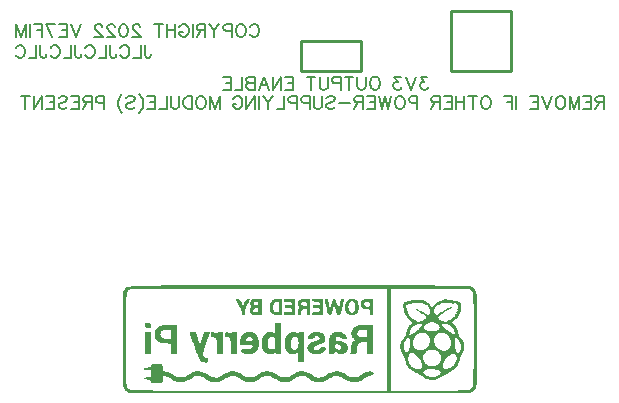
<source format=gbo>
G04 Layer: BottomSilkscreenLayer*
G04 EasyEDA v6.5.15, 2022-10-06 20:33:44*
G04 8bfdc35b050240779410f6369308cf52,5a6b42c53f6a479593ecc07194224c93,10*
G04 Gerber Generator version 0.2*
G04 Scale: 100 percent, Rotated: No, Reflected: No *
G04 Dimensions in millimeters *
G04 leading zeros omitted , absolute positions ,4 integer and 5 decimal *
%FSLAX45Y45*%
%MOMM*%

%ADD10C,0.1524*%
%ADD11C,0.1520*%
%ADD12C,0.2540*%

%LPD*%
G36*
X2417114Y3389833D02*
G01*
X2151583Y3389426D01*
X2037588Y3388868D01*
X1938934Y3388004D01*
X1864969Y3386785D01*
X1834235Y3386074D01*
X1804111Y3385058D01*
X1781149Y3384042D01*
X1759102Y3382772D01*
X1739036Y3381146D01*
X1725930Y3379724D01*
X1717700Y3378504D01*
X1709623Y3376980D01*
X1700631Y3374593D01*
X1694738Y3372256D01*
X1690522Y3369614D01*
X1689100Y3368395D01*
X1686661Y3365449D01*
X1685188Y3362553D01*
X1681327Y3351326D01*
X1679549Y3347516D01*
X1664716Y3322167D01*
X1664716Y2946704D01*
X1693621Y2946704D01*
X1693875Y3137560D01*
X1694535Y3212185D01*
X1695094Y3241598D01*
X1695856Y3266338D01*
X1696872Y3286810D01*
X1698091Y3303524D01*
X1699666Y3316884D01*
X1701495Y3327298D01*
X1702562Y3331616D01*
X1703730Y3335324D01*
X1706321Y3341319D01*
X1709318Y3345738D01*
X1712772Y3349091D01*
X1716684Y3351733D01*
X1722272Y3354832D01*
X1725574Y3355390D01*
X1745843Y3356406D01*
X1784451Y3357321D01*
X1845614Y3358184D01*
X1927860Y3358896D01*
X2140102Y3359962D01*
X2292908Y3360369D01*
X2624683Y3360775D01*
X3906012Y3360826D01*
X3906012Y2498496D01*
X3935018Y2498496D01*
X3935018Y3360826D01*
X4377791Y3361029D01*
X4495292Y3361690D01*
X4560366Y3362706D01*
X4566158Y3363010D01*
X4571136Y3363925D01*
X4575556Y3364026D01*
X4580432Y3363518D01*
X4585614Y3362451D01*
X4590948Y3360826D01*
X4596384Y3358794D01*
X4601768Y3356356D01*
X4607001Y3353562D01*
X4611928Y3350412D01*
X4616450Y3347059D01*
X4620463Y3343452D01*
X4624374Y3338982D01*
X4627321Y3334613D01*
X4628946Y3330854D01*
X4630369Y3325774D01*
X4631537Y3318764D01*
X4632553Y3309213D01*
X4633417Y3296665D01*
X4634636Y3260039D01*
X4635347Y3204260D01*
X4635652Y3124708D01*
X4635703Y2814929D01*
X4635449Y2712872D01*
X4634941Y2645918D01*
X4634128Y2597810D01*
X4633569Y2579827D01*
X4632096Y2553766D01*
X4631131Y2544927D01*
X4630064Y2538272D01*
X4628845Y2533446D01*
X4627473Y2529992D01*
X4625340Y2526639D01*
X4620310Y2520137D01*
X4618177Y2517851D01*
X4615789Y2515717D01*
X4613148Y2513736D01*
X4610150Y2511958D01*
X4606696Y2510282D01*
X4602683Y2508758D01*
X4598111Y2507386D01*
X4592828Y2506116D01*
X4579924Y2503982D01*
X4563313Y2502306D01*
X4542383Y2500985D01*
X4516475Y2500020D01*
X4484928Y2499309D01*
X4402531Y2498648D01*
X4350359Y2498496D01*
X2299157Y2498547D01*
X2083511Y2498953D01*
X1965655Y2499664D01*
X1876094Y2500782D01*
X1810816Y2502509D01*
X1786026Y2503627D01*
X1765757Y2504897D01*
X1746046Y2506776D01*
X1738274Y2507843D01*
X1727200Y2509977D01*
X1720138Y2512161D01*
X1716735Y2513584D01*
X1713585Y2515514D01*
X1711909Y2516835D01*
X1708962Y2520137D01*
X1702714Y2530652D01*
X1701190Y2533954D01*
X1699869Y2538374D01*
X1698701Y2544318D01*
X1697685Y2552293D01*
X1696821Y2562656D01*
X1696059Y2575915D01*
X1694942Y2612847D01*
X1694230Y2666593D01*
X1693824Y2740660D01*
X1693621Y2946704D01*
X1664716Y2946704D01*
X1664919Y2714955D01*
X1665427Y2645105D01*
X1666239Y2595626D01*
X1667560Y2562555D01*
X1668424Y2550922D01*
X1669440Y2541879D01*
X1670659Y2534869D01*
X1672031Y2529535D01*
X1674469Y2523337D01*
X1677974Y2517241D01*
X1681073Y2512669D01*
X1684680Y2508046D01*
X1688592Y2503474D01*
X1692757Y2499055D01*
X1696974Y2494991D01*
X1701190Y2491384D01*
X1705254Y2488336D01*
X1724304Y2475331D01*
X3937457Y2475534D01*
X4217517Y2475941D01*
X4340758Y2476347D01*
X4426102Y2476906D01*
X4494987Y2477617D01*
X4549495Y2478735D01*
X4583328Y2480005D01*
X4595063Y2480767D01*
X4606340Y2481935D01*
X4612182Y2482900D01*
X4616805Y2484069D01*
X4620006Y2485339D01*
X4622088Y2486456D01*
X4626813Y2489555D01*
X4631029Y2492806D01*
X4635296Y2496515D01*
X4639513Y2500528D01*
X4643526Y2504744D01*
X4647234Y2509012D01*
X4650486Y2513228D01*
X4654702Y2519832D01*
X4656074Y2522524D01*
X4658055Y2528011D01*
X4659376Y2533904D01*
X4660544Y2541727D01*
X4661509Y2552039D01*
X4662322Y2565400D01*
X4662982Y2582367D01*
X4663897Y2629357D01*
X4664405Y2697429D01*
X4664659Y2848864D01*
X4664557Y3135782D01*
X4664151Y3212896D01*
X4663389Y3267303D01*
X4662170Y3303320D01*
X4661306Y3315868D01*
X4660290Y3325520D01*
X4659071Y3332784D01*
X4657648Y3338271D01*
X4656074Y3342538D01*
X4654194Y3346145D01*
X4650486Y3351885D01*
X4647234Y3356051D01*
X4643526Y3360318D01*
X4639513Y3364534D01*
X4635296Y3368548D01*
X4631029Y3372256D01*
X4626813Y3375507D01*
X4620260Y3379622D01*
X4617770Y3380689D01*
X4614011Y3381806D01*
X4605782Y3383229D01*
X4595215Y3384296D01*
X4581855Y3385159D01*
X4551172Y3386328D01*
X4506569Y3387242D01*
X4445050Y3388004D01*
X4363770Y3388614D01*
X4259681Y3389020D01*
X4054551Y3389426D01*
X3768699Y3389629D01*
G37*
G36*
X3611473Y3277463D02*
G01*
X3605174Y3277362D01*
X3598824Y3276650D01*
X3592525Y3275329D01*
X3586378Y3273348D01*
X3580434Y3270808D01*
X3574796Y3267608D01*
X3569512Y3263900D01*
X3564636Y3259582D01*
X3560318Y3255010D01*
X3556965Y3250590D01*
X3554374Y3246018D01*
X3552444Y3240887D01*
X3551174Y3234842D01*
X3550361Y3227578D01*
X3549954Y3218637D01*
X3549892Y3211982D01*
X3576624Y3211982D01*
X3576980Y3217621D01*
X3577691Y3223107D01*
X3578809Y3228340D01*
X3580282Y3233318D01*
X3582111Y3237890D01*
X3584346Y3242005D01*
X3586987Y3245612D01*
X3589985Y3248609D01*
X3593388Y3250895D01*
X3601262Y3254959D01*
X3606546Y3255975D01*
X3612134Y3253638D01*
X3620973Y3247644D01*
X3624529Y3244850D01*
X3627424Y3241852D01*
X3629660Y3238449D01*
X3631336Y3234436D01*
X3632555Y3229610D01*
X3633317Y3223717D01*
X3633724Y3216605D01*
X3633825Y3208020D01*
X3633520Y3198926D01*
X3632657Y3190697D01*
X3631234Y3183382D01*
X3629253Y3177032D01*
X3626764Y3171596D01*
X3623767Y3167227D01*
X3620262Y3163824D01*
X3616350Y3161436D01*
X3611981Y3160115D01*
X3607206Y3159912D01*
X3602024Y3160826D01*
X3596487Y3162858D01*
X3592931Y3164941D01*
X3589731Y3167735D01*
X3586835Y3171139D01*
X3584346Y3175101D01*
X3582162Y3179572D01*
X3580333Y3184448D01*
X3578910Y3189579D01*
X3577793Y3195015D01*
X3577031Y3200603D01*
X3576675Y3206292D01*
X3576624Y3211982D01*
X3549892Y3211982D01*
X3549954Y3197098D01*
X3550361Y3188258D01*
X3551174Y3180943D01*
X3552444Y3174847D01*
X3554222Y3169615D01*
X3556660Y3164890D01*
X3559860Y3160420D01*
X3563823Y3155899D01*
X3568598Y3151327D01*
X3573678Y3147364D01*
X3579114Y3144062D01*
X3584752Y3141319D01*
X3590594Y3139236D01*
X3596589Y3137814D01*
X3602685Y3137052D01*
X3608832Y3136950D01*
X3614978Y3137509D01*
X3621074Y3138779D01*
X3627069Y3140710D01*
X3632962Y3143351D01*
X3638550Y3146450D01*
X3643426Y3149650D01*
X3647694Y3153054D01*
X3651300Y3156762D01*
X3654298Y3160877D01*
X3656837Y3165398D01*
X3658819Y3170529D01*
X3660343Y3176270D01*
X3661460Y3182721D01*
X3662222Y3190036D01*
X3662679Y3198215D01*
X3662679Y3216402D01*
X3662273Y3224479D01*
X3661511Y3231642D01*
X3660444Y3238042D01*
X3659022Y3243783D01*
X3657142Y3248863D01*
X3654806Y3253435D01*
X3652012Y3257550D01*
X3648659Y3261309D01*
X3644747Y3264712D01*
X3640277Y3267964D01*
X3635146Y3271062D01*
X3629609Y3273653D01*
X3623818Y3275584D01*
X3617722Y3276854D01*
G37*
G36*
X3539337Y3274567D02*
G01*
X3524402Y3272840D01*
X3519830Y3272078D01*
X3516122Y3270707D01*
X3513074Y3268319D01*
X3510534Y3264560D01*
X3508298Y3259023D01*
X3506114Y3251301D01*
X3503777Y3240989D01*
X3492804Y3184296D01*
X3477615Y3242208D01*
X3474567Y3252520D01*
X3471824Y3260394D01*
X3469233Y3266135D01*
X3466592Y3270046D01*
X3463747Y3272434D01*
X3460496Y3273653D01*
X3456686Y3274009D01*
X3452926Y3273704D01*
X3449726Y3272536D01*
X3446932Y3270300D01*
X3444443Y3266694D01*
X3442004Y3261410D01*
X3439566Y3254197D01*
X3436874Y3244748D01*
X3431946Y3225139D01*
X3428441Y3212998D01*
X3426866Y3208375D01*
X3425342Y3204768D01*
X3423920Y3202178D01*
X3422548Y3200552D01*
X3421227Y3199942D01*
X3419957Y3200298D01*
X3418738Y3201670D01*
X3417519Y3204006D01*
X3416300Y3207359D01*
X3413861Y3217011D01*
X3408934Y3243732D01*
X3406800Y3253943D01*
X3404666Y3261563D01*
X3402329Y3266998D01*
X3399536Y3270605D01*
X3396132Y3272739D01*
X3391915Y3273755D01*
X3386683Y3274009D01*
X3380638Y3273501D01*
X3376523Y3272078D01*
X3374491Y3269843D01*
X3374644Y3266744D01*
X3379063Y3249930D01*
X3385261Y3223818D01*
X3393643Y3187090D01*
X3398469Y3166922D01*
X3400501Y3159556D01*
X3402431Y3153664D01*
X3404260Y3149193D01*
X3406190Y3145891D01*
X3408172Y3143605D01*
X3410458Y3142132D01*
X3412947Y3141319D01*
X3415893Y3140964D01*
X3419297Y3140862D01*
X3424123Y3141116D01*
X3427984Y3142030D01*
X3431184Y3144012D01*
X3433978Y3147568D01*
X3436569Y3153105D01*
X3439210Y3160928D01*
X3445713Y3185414D01*
X3456787Y3229914D01*
X3471265Y3171494D01*
X3474212Y3160826D01*
X3476853Y3152952D01*
X3479444Y3147466D01*
X3482238Y3143961D01*
X3485489Y3141980D01*
X3489451Y3141065D01*
X3494379Y3140862D01*
X3497935Y3140964D01*
X3500932Y3141319D01*
X3503523Y3142183D01*
X3505860Y3143758D01*
X3507943Y3146247D01*
X3509873Y3149854D01*
X3511854Y3154883D01*
X3513886Y3161436D01*
X3518560Y3180181D01*
G37*
G36*
X3745179Y3274009D02*
G01*
X3736136Y3273907D01*
X3727958Y3273552D01*
X3720490Y3272942D01*
X3713835Y3272078D01*
X3707841Y3270910D01*
X3702507Y3269437D01*
X3697884Y3267659D01*
X3693820Y3265474D01*
X3690365Y3262985D01*
X3687470Y3260090D01*
X3685133Y3256788D01*
X3683254Y3253079D01*
X3681882Y3248914D01*
X3680917Y3244291D01*
X3680358Y3239160D01*
X3680155Y3233572D01*
X3680454Y3228492D01*
X3709771Y3228492D01*
X3710076Y3234131D01*
X3711905Y3241141D01*
X3715816Y3245662D01*
X3722725Y3248304D01*
X3733749Y3249726D01*
X3740810Y3250285D01*
X3746144Y3250387D01*
X3750005Y3249930D01*
X3752596Y3248609D01*
X3754221Y3246272D01*
X3755085Y3242665D01*
X3755390Y3237636D01*
X3755440Y3230930D01*
X3754983Y3219856D01*
X3752900Y3213658D01*
X3748074Y3210966D01*
X3739540Y3210407D01*
X3731717Y3210814D01*
X3725164Y3211931D01*
X3719779Y3213760D01*
X3715562Y3216300D01*
X3712464Y3219602D01*
X3710584Y3223666D01*
X3709771Y3228492D01*
X3680454Y3228492D01*
X3680561Y3226663D01*
X3681831Y3220212D01*
X3683863Y3214268D01*
X3686606Y3208832D01*
X3690162Y3203956D01*
X3694379Y3199638D01*
X3699306Y3195929D01*
X3704844Y3192830D01*
X3711041Y3190392D01*
X3717798Y3188614D01*
X3725164Y3187547D01*
X3733088Y3187192D01*
X3740404Y3187141D01*
X3745941Y3186785D01*
X3749954Y3185922D01*
X3752596Y3184245D01*
X3754221Y3181451D01*
X3755085Y3177336D01*
X3755390Y3171647D01*
X3755440Y3164027D01*
X3755898Y3151632D01*
X3757828Y3144621D01*
X3762197Y3141573D01*
X3769918Y3140862D01*
X3784396Y3140862D01*
X3784396Y3274009D01*
G37*
G36*
X3311956Y3274009D02*
G01*
X3285642Y3273653D01*
X3277006Y3273145D01*
X3270910Y3272332D01*
X3266948Y3271012D01*
X3264763Y3269234D01*
X3264001Y3266897D01*
X3264255Y3263849D01*
X3265119Y3261106D01*
X3266694Y3258820D01*
X3269132Y3256940D01*
X3272586Y3255467D01*
X3277158Y3254248D01*
X3283102Y3253333D01*
X3290468Y3252571D01*
X3309721Y3251403D01*
X3317697Y3250692D01*
X3323539Y3249726D01*
X3327654Y3248406D01*
X3330295Y3246475D01*
X3331819Y3243935D01*
X3332530Y3240481D01*
X3332683Y3236112D01*
X3332530Y3231692D01*
X3331921Y3228340D01*
X3330600Y3225800D01*
X3328263Y3224072D01*
X3324656Y3222904D01*
X3319576Y3222294D01*
X3312668Y3221990D01*
X3295243Y3221837D01*
X3288588Y3221532D01*
X3283508Y3220872D01*
X3279800Y3219856D01*
X3277311Y3218383D01*
X3275736Y3216351D01*
X3274974Y3213709D01*
X3274771Y3210356D01*
X3274974Y3206953D01*
X3275736Y3204311D01*
X3277311Y3202279D01*
X3279800Y3200806D01*
X3283508Y3199790D01*
X3288588Y3199130D01*
X3295243Y3198825D01*
X3313074Y3198723D01*
X3320135Y3198418D01*
X3325266Y3197758D01*
X3328771Y3196437D01*
X3330956Y3194405D01*
X3332124Y3191357D01*
X3332581Y3187192D01*
X3332581Y3176168D01*
X3332073Y3171952D01*
X3330752Y3168853D01*
X3328263Y3166668D01*
X3324250Y3165144D01*
X3318357Y3164179D01*
X3310178Y3163468D01*
X3290468Y3162300D01*
X3283102Y3161588D01*
X3277158Y3160623D01*
X3272586Y3159404D01*
X3269132Y3157931D01*
X3266694Y3156051D01*
X3265119Y3153765D01*
X3264255Y3151022D01*
X3264001Y3147974D01*
X3264763Y3145637D01*
X3266948Y3143859D01*
X3270910Y3142589D01*
X3277006Y3141726D01*
X3285642Y3141218D01*
X3311956Y3140862D01*
X3361639Y3140862D01*
X3361639Y3274009D01*
G37*
G36*
X3213557Y3274009D02*
G01*
X3197961Y3273552D01*
X3183534Y3272332D01*
X3171952Y3270503D01*
X3167735Y3269386D01*
X3164789Y3268268D01*
X3161182Y3265779D01*
X3157982Y3262477D01*
X3155238Y3258565D01*
X3152952Y3254095D01*
X3151225Y3249269D01*
X3150006Y3244240D01*
X3149346Y3239058D01*
X3149320Y3236468D01*
X3178556Y3236468D01*
X3179724Y3241446D01*
X3182518Y3245510D01*
X3187446Y3248456D01*
X3194253Y3250234D01*
X3202990Y3250844D01*
X3213608Y3250387D01*
X3219551Y3248101D01*
X3222091Y3242919D01*
X3222650Y3233470D01*
X3222091Y3224326D01*
X3219805Y3219094D01*
X3214725Y3216706D01*
X3205988Y3216097D01*
X3199079Y3216656D01*
X3192983Y3218180D01*
X3187801Y3220567D01*
X3183636Y3223666D01*
X3180638Y3227476D01*
X3178911Y3231743D01*
X3178556Y3236468D01*
X3149320Y3236468D01*
X3149295Y3233978D01*
X3149854Y3229051D01*
X3151022Y3224479D01*
X3152851Y3220364D01*
X3159404Y3211728D01*
X3161080Y3207461D01*
X3160623Y3203752D01*
X3157982Y3200146D01*
X3155086Y3195472D01*
X3152140Y3187750D01*
X3149447Y3177946D01*
X3147364Y3167227D01*
X3146094Y3158591D01*
X3145383Y3152140D01*
X3145282Y3147466D01*
X3146044Y3144316D01*
X3147720Y3142335D01*
X3150463Y3141319D01*
X3154476Y3140964D01*
X3159861Y3140862D01*
X3168650Y3141472D01*
X3173577Y3144012D01*
X3175812Y3149752D01*
X3176727Y3168091D01*
X3177997Y3175000D01*
X3180181Y3180689D01*
X3183382Y3185210D01*
X3187496Y3188716D01*
X3192729Y3191103D01*
X3198977Y3192526D01*
X3206394Y3192983D01*
X3211525Y3192881D01*
X3215436Y3192373D01*
X3218281Y3191256D01*
X3220262Y3189173D01*
X3221532Y3186023D01*
X3222244Y3181400D01*
X3222548Y3175152D01*
X3222701Y3158947D01*
X3223006Y3152749D01*
X3223717Y3148177D01*
X3224885Y3144926D01*
X3226663Y3142792D01*
X3229254Y3141573D01*
X3232658Y3141014D01*
X3251606Y3140862D01*
X3251606Y3274009D01*
G37*
G36*
X3077819Y3274009D02*
G01*
X3052673Y3273653D01*
X3044494Y3273145D01*
X3038754Y3272180D01*
X3034944Y3270758D01*
X3032760Y3268726D01*
X3031744Y3265982D01*
X3031490Y3262426D01*
X3031744Y3259023D01*
X3032556Y3256330D01*
X3034182Y3254298D01*
X3036925Y3252825D01*
X3040989Y3251809D01*
X3046577Y3251200D01*
X3073400Y3250793D01*
X3081020Y3250488D01*
X3086658Y3249879D01*
X3090570Y3248761D01*
X3093059Y3246983D01*
X3094482Y3244392D01*
X3095091Y3240938D01*
X3095091Y3231896D01*
X3094482Y3228441D01*
X3093161Y3225850D01*
X3090875Y3224072D01*
X3087319Y3222904D01*
X3082188Y3222244D01*
X3057804Y3221837D01*
X3051149Y3221532D01*
X3046069Y3220872D01*
X3042361Y3219856D01*
X3039821Y3218383D01*
X3038297Y3216351D01*
X3037535Y3213709D01*
X3037281Y3210356D01*
X3037535Y3206953D01*
X3038297Y3204311D01*
X3039821Y3202279D01*
X3042361Y3200806D01*
X3046069Y3199790D01*
X3051149Y3199130D01*
X3057804Y3198825D01*
X3075635Y3198723D01*
X3082747Y3198418D01*
X3087878Y3197758D01*
X3091332Y3196437D01*
X3093516Y3194354D01*
X3094685Y3191256D01*
X3095142Y3187039D01*
X3095142Y3175711D01*
X3094685Y3171444D01*
X3093466Y3168345D01*
X3091129Y3166262D01*
X3087319Y3164992D01*
X3081629Y3164332D01*
X3053943Y3163976D01*
X3046577Y3163671D01*
X3040989Y3163062D01*
X3036925Y3162046D01*
X3034182Y3160572D01*
X3032556Y3158540D01*
X3031744Y3155899D01*
X3031490Y3152444D01*
X3031744Y3148888D01*
X3032760Y3146196D01*
X3034944Y3144113D01*
X3038754Y3142691D01*
X3044494Y3141726D01*
X3052673Y3141218D01*
X3077819Y3140862D01*
X3124149Y3140862D01*
X3124149Y3274009D01*
G37*
G36*
X2978912Y3274009D02*
G01*
X2968345Y3273856D01*
X2959760Y3273450D01*
X2952699Y3272586D01*
X2946806Y3271164D01*
X2941675Y3269030D01*
X2936900Y3266033D01*
X2932074Y3262122D01*
X2926791Y3257092D01*
X2921863Y3251911D01*
X2917952Y3247136D01*
X2915005Y3242411D01*
X2912821Y3237433D01*
X2911348Y3231743D01*
X2910433Y3225139D01*
X2910027Y3217113D01*
X2909874Y3207461D01*
X2938830Y3207461D01*
X2939338Y3216503D01*
X2940608Y3225546D01*
X2942488Y3233623D01*
X2944825Y3239668D01*
X2948533Y3244443D01*
X2953715Y3247948D01*
X2960268Y3250133D01*
X2967990Y3250844D01*
X2985160Y3250844D01*
X2985160Y3164027D01*
X2967990Y3164027D01*
X2963164Y3164332D01*
X2958795Y3165144D01*
X2954832Y3166567D01*
X2951378Y3168548D01*
X2948381Y3171139D01*
X2945790Y3174390D01*
X2943606Y3178200D01*
X2941878Y3182721D01*
X2940558Y3187852D01*
X2939592Y3193694D01*
X2939034Y3200196D01*
X2938830Y3207461D01*
X2909874Y3207461D01*
X2910027Y3197758D01*
X2910433Y3189732D01*
X2911348Y3183128D01*
X2912821Y3177489D01*
X2915005Y3172460D01*
X2917952Y3167735D01*
X2921863Y3163011D01*
X2926791Y3157778D01*
X2932074Y3152749D01*
X2936900Y3148838D01*
X2941675Y3145840D01*
X2946806Y3143707D01*
X2952699Y3142284D01*
X2959760Y3141421D01*
X2968345Y3141014D01*
X3014116Y3140862D01*
X3014116Y3274009D01*
G37*
G36*
X2806090Y3274009D02*
G01*
X2792018Y3273704D01*
X2779064Y3272891D01*
X2768650Y3271723D01*
X2764840Y3271062D01*
X2762250Y3270300D01*
X2757373Y3267557D01*
X2753207Y3263392D01*
X2749804Y3258108D01*
X2747314Y3252012D01*
X2745790Y3245307D01*
X2745282Y3238347D01*
X2745469Y3236366D01*
X2776677Y3236366D01*
X2777337Y3243783D01*
X2779877Y3248202D01*
X2785160Y3250285D01*
X2794050Y3250844D01*
X2802940Y3250285D01*
X2808224Y3248202D01*
X2810764Y3243783D01*
X2811424Y3236366D01*
X2810764Y3228949D01*
X2808224Y3224580D01*
X2802940Y3222447D01*
X2794050Y3221888D01*
X2785160Y3222447D01*
X2779877Y3224580D01*
X2777337Y3228949D01*
X2776677Y3236366D01*
X2745469Y3236366D01*
X2745943Y3231337D01*
X2750007Y3216910D01*
X2750261Y3210102D01*
X2748483Y3203448D01*
X2741726Y3191103D01*
X2739898Y3185718D01*
X2739136Y3180283D01*
X2739542Y3174746D01*
X2740489Y3171240D01*
X2771495Y3171240D01*
X2771952Y3179927D01*
X2773629Y3188106D01*
X2776982Y3193237D01*
X2782976Y3196132D01*
X2792577Y3197656D01*
X2802940Y3198215D01*
X2808579Y3196539D01*
X2810967Y3191459D01*
X2811424Y3181756D01*
X2810916Y3172053D01*
X2808274Y3166719D01*
X2802077Y3164484D01*
X2790748Y3164027D01*
X2779522Y3164433D01*
X2773578Y3166465D01*
X2771495Y3171240D01*
X2740489Y3171240D01*
X2741066Y3169107D01*
X2743708Y3163265D01*
X2747467Y3157270D01*
X2752394Y3151022D01*
X2755138Y3148330D01*
X2758490Y3146145D01*
X2762554Y3144367D01*
X2767634Y3142996D01*
X2773781Y3142030D01*
X2781249Y3141370D01*
X2800756Y3140862D01*
X2840380Y3140862D01*
X2840380Y3274009D01*
G37*
G36*
X2640634Y3274009D02*
G01*
X2634996Y3273704D01*
X2630373Y3272942D01*
X2627223Y3271774D01*
X2626106Y3270351D01*
X2626563Y3268776D01*
X2630068Y3261156D01*
X2636316Y3248812D01*
X2652877Y3218078D01*
X2659227Y3205378D01*
X2664358Y3193694D01*
X2668270Y3183077D01*
X2670911Y3173628D01*
X2671775Y3169361D01*
X2672283Y3165449D01*
X2672892Y3150768D01*
X2674874Y3144418D01*
X2679242Y3141573D01*
X2686913Y3140862D01*
X2691384Y3141014D01*
X2694787Y3141573D01*
X2697327Y3142843D01*
X2699156Y3144977D01*
X2700324Y3148279D01*
X2700985Y3152952D01*
X2701290Y3159252D01*
X2701493Y3172256D01*
X2701848Y3177032D01*
X2703322Y3186480D01*
X2705912Y3196132D01*
X2709773Y3206394D01*
X2712161Y3211880D01*
X2718104Y3223717D01*
X2732989Y3251047D01*
X2738475Y3261867D01*
X2741523Y3268726D01*
X2741930Y3270199D01*
X2740761Y3271672D01*
X2737662Y3272891D01*
X2733040Y3273704D01*
X2727350Y3274009D01*
X2723286Y3273704D01*
X2719679Y3272840D01*
X2716326Y3271164D01*
X2713228Y3268675D01*
X2710129Y3265220D01*
X2707030Y3260699D01*
X2703728Y3255010D01*
X2694940Y3237839D01*
X2690164Y3229559D01*
X2686354Y3223971D01*
X2684018Y3221888D01*
X2681681Y3223971D01*
X2677820Y3229559D01*
X2673045Y3237839D01*
X2664307Y3255010D01*
X2661005Y3260699D01*
X2657906Y3265220D01*
X2654808Y3268675D01*
X2651658Y3271164D01*
X2648356Y3272840D01*
X2644698Y3273704D01*
G37*
G36*
X4406646Y3271316D02*
G01*
X4404106Y3271113D01*
X4367428Y3264357D01*
X4356100Y3261410D01*
X4345482Y3257499D01*
X4340453Y3255213D01*
X4335576Y3252673D01*
X4330903Y3249930D01*
X4326382Y3246932D01*
X4322064Y3243732D01*
X4317949Y3240328D01*
X4314037Y3236722D01*
X4310278Y3232861D01*
X4306773Y3228797D01*
X4300321Y3220059D01*
X4286300Y3198723D01*
X4270603Y3224784D01*
X4267911Y3228543D01*
X4261916Y3235553D01*
X4258665Y3238804D01*
X4251502Y3244799D01*
X4243628Y3250133D01*
X4239412Y3252571D01*
X4230420Y3256889D01*
X4225696Y3258820D01*
X4215739Y3262122D01*
X4205071Y3264763D01*
X4193844Y3266694D01*
X4182008Y3267913D01*
X4169562Y3268421D01*
X4156608Y3268217D01*
X4143095Y3267303D01*
X4129125Y3265627D01*
X4114647Y3263290D01*
X4096562Y3259480D01*
X4076700Y3254552D01*
X4067962Y3252165D01*
X4054246Y3247694D01*
X4049674Y3245866D01*
X4047032Y3244291D01*
X4045204Y3242157D01*
X4043730Y3239109D01*
X4042562Y3235198D01*
X4041749Y3230575D01*
X4041292Y3225342D01*
X4041089Y3219551D01*
X4041215Y3214370D01*
X4065524Y3214370D01*
X4065879Y3220770D01*
X4067911Y3224885D01*
X4071975Y3227070D01*
X4084065Y3228136D01*
X4087520Y3229406D01*
X4088790Y3231489D01*
X4087012Y3237230D01*
X4088993Y3238703D01*
X4093921Y3238703D01*
X4109618Y3236315D01*
X4115358Y3236417D01*
X4119016Y3237585D01*
X4120337Y3239820D01*
X4121200Y3241903D01*
X4123690Y3243021D01*
X4127347Y3243122D01*
X4136593Y3241141D01*
X4140250Y3241294D01*
X4142638Y3242564D01*
X4143501Y3244850D01*
X4144111Y3247440D01*
X4146092Y3248355D01*
X4149547Y3247644D01*
X4159859Y3242970D01*
X4163720Y3242310D01*
X4166362Y3243427D01*
X4168038Y3246272D01*
X4169359Y3249168D01*
X4170832Y3250031D01*
X4172610Y3248964D01*
X4174845Y3245815D01*
X4177334Y3243224D01*
X4180687Y3241649D01*
X4184446Y3241141D01*
X4192320Y3242665D01*
X4196842Y3242310D01*
X4201261Y3240938D01*
X4205020Y3238652D01*
X4208119Y3236468D01*
X4210659Y3235299D01*
X4212386Y3235350D01*
X4212996Y3236569D01*
X4213910Y3237484D01*
X4216400Y3236671D01*
X4220057Y3234283D01*
X4229049Y3226866D01*
X4232757Y3224530D01*
X4235246Y3223717D01*
X4236161Y3224631D01*
X4237024Y3226816D01*
X4239361Y3226460D01*
X4242765Y3223971D01*
X4246930Y3219704D01*
X4251452Y3214116D01*
X4255973Y3207664D01*
X4260138Y3200704D01*
X4263491Y3193643D01*
X4265676Y3188157D01*
X4267250Y3183280D01*
X4268216Y3178860D01*
X4268673Y3174695D01*
X4268631Y3173577D01*
X4301794Y3173577D01*
X4302658Y3181045D01*
X4304842Y3187852D01*
X4308043Y3195218D01*
X4311954Y3202584D01*
X4316272Y3209493D01*
X4320590Y3215386D01*
X4324604Y3219754D01*
X4327956Y3222091D01*
X4332478Y3221634D01*
X4336084Y3223107D01*
X4340606Y3226003D01*
X4350308Y3233978D01*
X4354220Y3236518D01*
X4356811Y3237433D01*
X4357776Y3236569D01*
X4358436Y3235350D01*
X4360265Y3235452D01*
X4362958Y3236722D01*
X4369968Y3241446D01*
X4374032Y3242868D01*
X4377842Y3243122D01*
X4384040Y3241192D01*
X4387850Y3241446D01*
X4391914Y3242868D01*
X4395673Y3245256D01*
X4399635Y3248202D01*
X4402226Y3249218D01*
X4403648Y3248304D01*
X4404715Y3242767D01*
X4406747Y3241751D01*
X4410303Y3242513D01*
X4421022Y3247542D01*
X4424629Y3248355D01*
X4426661Y3247440D01*
X4427270Y3244850D01*
X4428134Y3242564D01*
X4430522Y3241294D01*
X4434179Y3241141D01*
X4443425Y3243122D01*
X4447082Y3243021D01*
X4449572Y3241903D01*
X4450435Y3239820D01*
X4451756Y3237585D01*
X4455414Y3236417D01*
X4461154Y3236315D01*
X4476851Y3238703D01*
X4481779Y3238703D01*
X4483760Y3237230D01*
X4482033Y3231489D01*
X4483557Y3229406D01*
X4487468Y3228136D01*
X4501489Y3227324D01*
X4505147Y3225749D01*
X4505350Y3222244D01*
X4500016Y3210712D01*
X4499305Y3207105D01*
X4500372Y3205175D01*
X4503267Y3204565D01*
X4505350Y3203702D01*
X4505401Y3201365D01*
X4503470Y3197707D01*
X4495393Y3187750D01*
X4493514Y3184144D01*
X4493971Y3182061D01*
X4499610Y3180740D01*
X4500067Y3178657D01*
X4498187Y3175050D01*
X4489246Y3164281D01*
X4487367Y3160674D01*
X4488129Y3158693D01*
X4494834Y3157575D01*
X4495647Y3156204D01*
X4493869Y3153816D01*
X4485589Y3146856D01*
X4482388Y3143504D01*
X4480204Y3140456D01*
X4478274Y3134664D01*
X4475276Y3130042D01*
X4470857Y3124809D01*
X4465574Y3119475D01*
X4459884Y3114446D01*
X4454398Y3110230D01*
X4449470Y3107334D01*
X4445762Y3106267D01*
X4443120Y3105759D01*
X4441444Y3104489D01*
X4440986Y3102610D01*
X4441748Y3100374D01*
X4442053Y3098088D01*
X4440072Y3096260D01*
X4436110Y3095040D01*
X4424781Y3094126D01*
X4420057Y3092907D01*
X4416856Y3091027D01*
X4415688Y3088792D01*
X4414977Y3086100D01*
X4412945Y3084169D01*
X4409694Y3082950D01*
X4405528Y3082442D01*
X4400499Y3082544D01*
X4394809Y3083255D01*
X4388713Y3084525D01*
X4382262Y3086201D01*
X4375759Y3088335D01*
X4369257Y3090875D01*
X4362958Y3093720D01*
X4357065Y3096818D01*
X4351731Y3100171D01*
X4347159Y3103676D01*
X4343501Y3107334D01*
X4340910Y3111042D01*
X4339285Y3114548D01*
X4338523Y3117799D01*
X4338777Y3120999D01*
X4340148Y3124352D01*
X4342739Y3128060D01*
X4346702Y3132429D01*
X4359249Y3143808D01*
X4367072Y3150108D01*
X4376623Y3157220D01*
X4387240Y3164687D01*
X4398416Y3172104D01*
X4409541Y3179114D01*
X4434078Y3193288D01*
X4445609Y3200196D01*
X4455515Y3206800D01*
X4456226Y3207664D01*
X4455769Y3208172D01*
X4454398Y3208172D01*
X4449267Y3206851D01*
X4441393Y3203905D01*
X4431334Y3199638D01*
X4419600Y3194354D01*
X4393539Y3181604D01*
X4367631Y3167938D01*
X4356100Y3161385D01*
X4346295Y3155442D01*
X4338726Y3150311D01*
X4322013Y3137966D01*
X4310583Y3152089D01*
X4305706Y3159252D01*
X4302810Y3166364D01*
X4301794Y3173577D01*
X4268631Y3173577D01*
X4268520Y3170631D01*
X4267860Y3166567D01*
X4266590Y3162198D01*
X4264812Y3157474D01*
X4261662Y3151022D01*
X4258259Y3145739D01*
X4255008Y3142183D01*
X4252264Y3140862D01*
X4250436Y3141268D01*
X4243476Y3144316D01*
X4233113Y3149752D01*
X4220565Y3156915D01*
X4208881Y3163925D01*
X4197654Y3170275D01*
X4185158Y3177032D01*
X4158843Y3190290D01*
X4135018Y3201314D01*
X4125671Y3205276D01*
X4118762Y3207766D01*
X4116476Y3208375D01*
X4115054Y3208528D01*
X4114546Y3208121D01*
X4115308Y3207258D01*
X4121048Y3203194D01*
X4131310Y3196640D01*
X4169054Y3173730D01*
X4180433Y3166262D01*
X4191406Y3158744D01*
X4201414Y3151530D01*
X4209796Y3145078D01*
X4220413Y3135985D01*
X4225798Y3131058D01*
X4229455Y3127044D01*
X4231538Y3123590D01*
X4232148Y3120440D01*
X4231538Y3117189D01*
X4229760Y3113532D01*
X4226966Y3109112D01*
X4224020Y3105404D01*
X4220108Y3101797D01*
X4215434Y3098342D01*
X4210151Y3095142D01*
X4204462Y3092145D01*
X4198416Y3089503D01*
X4192270Y3087166D01*
X4186072Y3085236D01*
X4180078Y3083712D01*
X4174337Y3082696D01*
X4169105Y3082188D01*
X4164431Y3082188D01*
X4160570Y3082848D01*
X4157624Y3084118D01*
X4155744Y3086100D01*
X4155084Y3088792D01*
X4153915Y3091027D01*
X4150715Y3092907D01*
X4145991Y3094126D01*
X4134662Y3095040D01*
X4130700Y3096260D01*
X4128719Y3098088D01*
X4129024Y3100374D01*
X4129786Y3102610D01*
X4129328Y3104489D01*
X4127652Y3105759D01*
X4125010Y3106267D01*
X4121048Y3107385D01*
X4116070Y3110331D01*
X4110532Y3114598D01*
X4104894Y3119780D01*
X4099712Y3125317D01*
X4095394Y3130804D01*
X4092448Y3135731D01*
X4090670Y3142132D01*
X4088841Y3144672D01*
X4086098Y3147009D01*
X4082796Y3148736D01*
X4079646Y3150717D01*
X4077614Y3153613D01*
X4076903Y3157118D01*
X4078427Y3164433D01*
X4078020Y3167227D01*
X4076496Y3169158D01*
X4071467Y3170529D01*
X4069943Y3172460D01*
X4069638Y3175355D01*
X4071569Y3183128D01*
X4071823Y3187395D01*
X4071315Y3191408D01*
X4068470Y3198215D01*
X4067098Y3203092D01*
X4066032Y3208680D01*
X4065524Y3214370D01*
X4041215Y3214370D01*
X4041698Y3206699D01*
X4043476Y3192729D01*
X4046372Y3178352D01*
X4048201Y3171291D01*
X4050284Y3164382D01*
X4052620Y3157728D01*
X4055211Y3151428D01*
X4059123Y3143859D01*
X4064558Y3135172D01*
X4071061Y3125927D01*
X4078274Y3116580D01*
X4085894Y3107690D01*
X4093514Y3099714D01*
X4120642Y3072993D01*
X4105808Y3063240D01*
X4102658Y3060903D01*
X4099458Y3058007D01*
X4096258Y3054553D01*
X4093108Y3050641D01*
X4090009Y3046323D01*
X4084015Y3036570D01*
X4078478Y3025597D01*
X4073601Y3013760D01*
X4069537Y3001467D01*
X4067810Y2995269D01*
X4066387Y2989021D01*
X4065270Y2982874D01*
X4063237Y2974086D01*
X4060291Y2966364D01*
X4059833Y2965602D01*
X4089755Y2965602D01*
X4093768Y2988157D01*
X4095089Y2994355D01*
X4096715Y3000400D01*
X4098747Y3006242D01*
X4101084Y3011830D01*
X4103776Y3017266D01*
X4106875Y3022447D01*
X4110228Y3027426D01*
X4113987Y3032201D01*
X4118051Y3036671D01*
X4122470Y3040989D01*
X4127195Y3045053D01*
X4132275Y3048863D01*
X4136999Y3051810D01*
X4142282Y3054502D01*
X4147972Y3056839D01*
X4153966Y3058871D01*
X4160113Y3060547D01*
X4166209Y3061817D01*
X4172254Y3062630D01*
X4177995Y3063087D01*
X4183329Y3063036D01*
X4188155Y3062528D01*
X4192270Y3061512D01*
X4195622Y3059938D01*
X4197705Y3058109D01*
X4198620Y3055924D01*
X4198162Y3053130D01*
X4196283Y3049574D01*
X4192828Y3045053D01*
X4187698Y3039364D01*
X4181640Y3033217D01*
X4215434Y3033217D01*
X4215790Y3036366D01*
X4216654Y3039567D01*
X4218025Y3042818D01*
X4219956Y3046120D01*
X4222445Y3049422D01*
X4225442Y3052775D01*
X4228998Y3056077D01*
X4233113Y3059430D01*
X4237786Y3062681D01*
X4243070Y3065932D01*
X4248912Y3069132D01*
X4254093Y3071571D01*
X4259376Y3073552D01*
X4264761Y3075127D01*
X4270197Y3076244D01*
X4275632Y3077006D01*
X4281068Y3077362D01*
X4286504Y3077362D01*
X4291838Y3077057D01*
X4297070Y3076397D01*
X4302252Y3075432D01*
X4307230Y3074162D01*
X4312107Y3072638D01*
X4321200Y3068878D01*
X4325366Y3066643D01*
X4329328Y3064205D01*
X4332935Y3061614D01*
X4336288Y3058769D01*
X4369358Y3058769D01*
X4370781Y3061512D01*
X4374642Y3063443D01*
X4380433Y3064662D01*
X4387748Y3065119D01*
X4395978Y3064814D01*
X4404715Y3063697D01*
X4413351Y3061817D01*
X4421479Y3059176D01*
X4427321Y3056534D01*
X4433062Y3053232D01*
X4438650Y3049422D01*
X4444085Y3045155D01*
X4449267Y3040380D01*
X4454093Y3035300D01*
X4458614Y3029864D01*
X4462729Y3024225D01*
X4466386Y3018332D01*
X4469536Y3012389D01*
X4472127Y3006293D01*
X4474108Y3000248D01*
X4476191Y2991205D01*
X4477359Y2983280D01*
X4477562Y2977286D01*
X4476648Y2974187D01*
X4475022Y2973425D01*
X4472584Y2973527D01*
X4469384Y2974441D01*
X4465472Y2976016D01*
X4460951Y2978251D01*
X4450486Y2984449D01*
X4438599Y2992424D01*
X4425950Y3001721D01*
X4413148Y3011830D01*
X4400854Y3022193D01*
X4389729Y3032353D01*
X4384802Y3037179D01*
X4376674Y3046069D01*
X4373575Y3049930D01*
X4371289Y3053435D01*
X4369866Y3056382D01*
X4369358Y3058769D01*
X4336288Y3058769D01*
X4339234Y3055874D01*
X4341774Y3052826D01*
X4344009Y3049625D01*
X4345736Y3046374D01*
X4347057Y3043021D01*
X4347870Y3039618D01*
X4348175Y3036163D01*
X4347972Y3032709D01*
X4347210Y3029204D01*
X4345838Y3025749D01*
X4343908Y3022295D01*
X4341266Y3018891D01*
X4338015Y3015538D01*
X4334052Y3012287D01*
X4329734Y3009392D01*
X4325112Y3007004D01*
X4320032Y3005074D01*
X4314342Y3003550D01*
X4307941Y3002432D01*
X4300626Y3001721D01*
X4292295Y3001314D01*
X4282795Y3001213D01*
X4275277Y3001416D01*
X4268216Y3001873D01*
X4261510Y3002584D01*
X4255262Y3003550D01*
X4249420Y3004769D01*
X4244035Y3006191D01*
X4239107Y3007817D01*
X4234586Y3009646D01*
X4230573Y3011678D01*
X4226966Y3013913D01*
X4223867Y3016300D01*
X4221226Y3018790D01*
X4219092Y3021431D01*
X4217416Y3024225D01*
X4216247Y3027121D01*
X4215587Y3030118D01*
X4215434Y3033217D01*
X4181640Y3033217D01*
X4171899Y3023870D01*
X4162399Y3015284D01*
X4152188Y3006598D01*
X4141724Y2998216D01*
X4131614Y2990646D01*
X4122369Y2984246D01*
X4114647Y2979470D01*
X4089755Y2965602D01*
X4059833Y2965602D01*
X4056837Y2960624D01*
X4053230Y2957576D01*
X4048810Y2954426D01*
X4043019Y2948127D01*
X4036618Y2939643D01*
X4030421Y2929890D01*
X4027627Y2924810D01*
X4025137Y2919577D01*
X4022953Y2914192D01*
X4021023Y2908706D01*
X4019397Y2903118D01*
X4018026Y2897428D01*
X4017010Y2891688D01*
X4015740Y2880156D01*
X4015572Y2872384D01*
X4044289Y2872384D01*
X4044289Y2878988D01*
X4044696Y2885643D01*
X4045559Y2892247D01*
X4046880Y2898648D01*
X4048607Y2904896D01*
X4050842Y2910840D01*
X4053433Y2916428D01*
X4056532Y2921609D01*
X4060037Y2926283D01*
X4065320Y2932176D01*
X4070248Y2936900D01*
X4074871Y2940405D01*
X4079189Y2942742D01*
X4083151Y2943860D01*
X4086809Y2943860D01*
X4090212Y2942640D01*
X4093311Y2940253D01*
X4094327Y2938576D01*
X4095242Y2935986D01*
X4096461Y2928213D01*
X4097020Y2917799D01*
X4096983Y2906420D01*
X4120337Y2906420D01*
X4120591Y2910890D01*
X4121302Y2915615D01*
X4122470Y2920593D01*
X4123994Y2925724D01*
X4128211Y2936189D01*
X4130801Y2941421D01*
X4136796Y2951683D01*
X4140098Y2956610D01*
X4147210Y2965602D01*
X4150969Y2969615D01*
X4154779Y2973222D01*
X4158640Y2976422D01*
X4162551Y2979064D01*
X4167124Y2981502D01*
X4172153Y2983738D01*
X4177639Y2985668D01*
X4183430Y2987294D01*
X4189425Y2988614D01*
X4195622Y2989580D01*
X4201871Y2990189D01*
X4208119Y2990392D01*
X4216044Y2990240D01*
X4222597Y2989732D01*
X4228185Y2988767D01*
X4232960Y2987192D01*
X4237278Y2984906D01*
X4241393Y2981807D01*
X4245610Y2977743D01*
X4250131Y2972612D01*
X4253280Y2968548D01*
X4256074Y2964281D01*
X4258513Y2959912D01*
X4260596Y2955442D01*
X4262323Y2950819D01*
X4263694Y2946146D01*
X4264761Y2941370D01*
X4265472Y2936544D01*
X4265828Y2931668D01*
X4265896Y2925927D01*
X4301896Y2925927D01*
X4301998Y2930956D01*
X4302404Y2935935D01*
X4303217Y2940812D01*
X4304284Y2945638D01*
X4305757Y2950362D01*
X4307636Y2954985D01*
X4309821Y2959455D01*
X4312412Y2963722D01*
X4315409Y2967837D01*
X4318762Y2971800D01*
X4322521Y2975508D01*
X4326940Y2978861D01*
X4332071Y2981756D01*
X4337761Y2984144D01*
X4343958Y2986024D01*
X4350461Y2987344D01*
X4357268Y2988106D01*
X4364228Y2988360D01*
X4371187Y2988056D01*
X4378045Y2987141D01*
X4384751Y2985719D01*
X4391152Y2983687D01*
X4397095Y2981045D01*
X4402378Y2978150D01*
X4407357Y2975051D01*
X4412030Y2971647D01*
X4416399Y2968040D01*
X4420463Y2964230D01*
X4424172Y2960268D01*
X4427626Y2956153D01*
X4430776Y2951835D01*
X4433671Y2947416D01*
X4436211Y2942894D01*
X4438497Y2938221D01*
X4440478Y2933496D01*
X4442155Y2928721D01*
X4444644Y2919069D01*
X4446016Y2909316D01*
X4446270Y2904337D01*
X4474565Y2904337D01*
X4475327Y2918256D01*
X4476038Y2924860D01*
X4477004Y2930347D01*
X4478172Y2934665D01*
X4479645Y2938018D01*
X4481372Y2940456D01*
X4483455Y2942031D01*
X4485894Y2942894D01*
X4489348Y2942793D01*
X4493260Y2941421D01*
X4497425Y2938932D01*
X4501794Y2935427D01*
X4506214Y2931058D01*
X4510582Y2926029D01*
X4514748Y2920441D01*
X4518660Y2914446D01*
X4522165Y2908198D01*
X4525111Y2901797D01*
X4527448Y2895498D01*
X4528972Y2889351D01*
X4529785Y2883103D01*
X4530039Y2876651D01*
X4529683Y2870047D01*
X4528870Y2863342D01*
X4527600Y2856788D01*
X4525924Y2850337D01*
X4523892Y2844190D01*
X4521555Y2838450D01*
X4518914Y2833217D01*
X4516120Y2828544D01*
X4513122Y2824581D01*
X4510024Y2821482D01*
X4506874Y2819247D01*
X4503724Y2818079D01*
X4500575Y2818028D01*
X4497476Y2819247D01*
X4495393Y2821076D01*
X4493260Y2823870D01*
X4491126Y2827578D01*
X4488992Y2832100D01*
X4484928Y2843022D01*
X4481271Y2855925D01*
X4478223Y2869895D01*
X4475988Y2884170D01*
X4475226Y2891180D01*
X4474565Y2904337D01*
X4446270Y2904337D01*
X4446270Y2899664D01*
X4445965Y2894888D01*
X4445355Y2890215D01*
X4444492Y2885643D01*
X4443374Y2881122D01*
X4441952Y2876753D01*
X4440275Y2872536D01*
X4438345Y2868472D01*
X4433671Y2860903D01*
X4430877Y2857398D01*
X4427880Y2854147D01*
X4424629Y2851099D01*
X4421073Y2848356D01*
X4417314Y2845866D01*
X4413250Y2843682D01*
X4408932Y2841752D01*
X4404410Y2840228D01*
X4399584Y2839008D01*
X4394504Y2838145D01*
X4389221Y2837688D01*
X4383633Y2837586D01*
X4378096Y2837942D01*
X4372660Y2838653D01*
X4367326Y2839770D01*
X4362196Y2841294D01*
X4357166Y2843123D01*
X4352340Y2845308D01*
X4347667Y2847797D01*
X4343196Y2850591D01*
X4338878Y2853690D01*
X4334764Y2856992D01*
X4330852Y2860598D01*
X4327144Y2864408D01*
X4320438Y2872587D01*
X4317390Y2876956D01*
X4312107Y2886100D01*
X4309821Y2890875D01*
X4307840Y2895752D01*
X4306112Y2900680D01*
X4303522Y2910738D01*
X4302658Y2915818D01*
X4302150Y2920847D01*
X4301896Y2925927D01*
X4265896Y2925927D01*
X4265726Y2921812D01*
X4264406Y2912008D01*
X4263288Y2907131D01*
X4261916Y2902305D01*
X4260291Y2897530D01*
X4258411Y2892856D01*
X4256278Y2888284D01*
X4251299Y2879496D01*
X4245406Y2871216D01*
X4238650Y2863697D01*
X4234992Y2860192D01*
X4231132Y2856941D01*
X4227118Y2853944D01*
X4222902Y2851150D01*
X4218533Y2848660D01*
X4214012Y2846425D01*
X4209338Y2844495D01*
X4204512Y2842920D01*
X4199534Y2841650D01*
X4194454Y2840685D01*
X4189272Y2840126D01*
X4183989Y2839923D01*
X4177588Y2840278D01*
X4171391Y2841345D01*
X4165396Y2843022D01*
X4159554Y2845308D01*
X4154017Y2848152D01*
X4148785Y2851556D01*
X4143857Y2855417D01*
X4139285Y2859735D01*
X4135120Y2864510D01*
X4131411Y2869641D01*
X4128160Y2875127D01*
X4125468Y2880918D01*
X4123283Y2887014D01*
X4121658Y2893314D01*
X4120642Y2899765D01*
X4120337Y2906420D01*
X4096983Y2906420D01*
X4096664Y2898952D01*
X4095699Y2885440D01*
X4094124Y2872130D01*
X4091990Y2859786D01*
X4090720Y2854248D01*
X4088485Y2845968D01*
X4086199Y2838856D01*
X4083862Y2832963D01*
X4081424Y2828290D01*
X4078935Y2824734D01*
X4076344Y2822397D01*
X4073601Y2821178D01*
X4070705Y2821076D01*
X4067606Y2822143D01*
X4064355Y2824276D01*
X4060901Y2827528D01*
X4057192Y2831846D01*
X4053992Y2836468D01*
X4051249Y2841650D01*
X4048912Y2847238D01*
X4047083Y2853131D01*
X4045712Y2859379D01*
X4044797Y2865780D01*
X4044289Y2872384D01*
X4015572Y2872384D01*
X4016044Y2862986D01*
X4016705Y2857398D01*
X4017670Y2851912D01*
X4018940Y2846578D01*
X4020464Y2841345D01*
X4022293Y2836316D01*
X4024426Y2831490D01*
X4026865Y2826867D01*
X4032453Y2817672D01*
X4035602Y2811729D01*
X4038854Y2804871D01*
X4042105Y2797352D01*
X4048251Y2781198D01*
X4051245Y2772054D01*
X4083304Y2772054D01*
X4083659Y2779268D01*
X4084472Y2786329D01*
X4085742Y2793085D01*
X4087368Y2799384D01*
X4089400Y2805074D01*
X4091736Y2810052D01*
X4094429Y2814116D01*
X4097375Y2817164D01*
X4100576Y2819095D01*
X4107281Y2821482D01*
X4110685Y2822346D01*
X4115612Y2820974D01*
X4120591Y2819044D01*
X4125620Y2816707D01*
X4130649Y2813964D01*
X4135628Y2810814D01*
X4140606Y2807258D01*
X4145534Y2803398D01*
X4150360Y2799232D01*
X4155084Y2794812D01*
X4164177Y2785211D01*
X4168682Y2779826D01*
X4207002Y2779826D01*
X4207459Y2784754D01*
X4208373Y2789580D01*
X4209846Y2794406D01*
X4211828Y2799181D01*
X4214317Y2803956D01*
X4217365Y2808732D01*
X4220972Y2813558D01*
X4225036Y2818384D01*
X4229709Y2823260D01*
X4236770Y2830169D01*
X4242816Y2835503D01*
X4248251Y2839466D01*
X4253636Y2842260D01*
X4259478Y2844088D01*
X4266184Y2845104D01*
X4274261Y2845612D01*
X4284268Y2845714D01*
X4291228Y2845511D01*
X4297883Y2844952D01*
X4304182Y2843987D01*
X4310227Y2842615D01*
X4315968Y2840837D01*
X4321352Y2838704D01*
X4326432Y2836214D01*
X4331208Y2833268D01*
X4335678Y2830017D01*
X4339793Y2826308D01*
X4343603Y2822295D01*
X4347108Y2817825D01*
X4350308Y2813050D01*
X4353153Y2807868D01*
X4355642Y2802280D01*
X4357827Y2796336D01*
X4359249Y2791510D01*
X4360316Y2786735D01*
X4361027Y2782062D01*
X4361383Y2777490D01*
X4361383Y2773019D01*
X4361078Y2768701D01*
X4360418Y2764434D01*
X4359503Y2760319D01*
X4358335Y2756306D01*
X4355084Y2748635D01*
X4353102Y2745028D01*
X4350867Y2741523D01*
X4348429Y2738221D01*
X4342892Y2731973D01*
X4339844Y2729077D01*
X4333240Y2723794D01*
X4325975Y2719222D01*
X4318254Y2715361D01*
X4314240Y2713685D01*
X4305909Y2710992D01*
X4301642Y2709926D01*
X4292955Y2708452D01*
X4288586Y2708046D01*
X4279747Y2707894D01*
X4271010Y2708706D01*
X4262323Y2710434D01*
X4253890Y2713177D01*
X4249775Y2714955D01*
X4241901Y2719273D01*
X4238091Y2721864D01*
X4234434Y2724708D01*
X4230928Y2727807D01*
X4227576Y2731262D01*
X4224375Y2734970D01*
X4221378Y2738983D01*
X4218533Y2743301D01*
X4215384Y2748838D01*
X4212691Y2754274D01*
X4210507Y2759557D01*
X4208881Y2764790D01*
X4207764Y2769870D01*
X4207103Y2774899D01*
X4207002Y2779826D01*
X4168682Y2779826D01*
X4176471Y2769514D01*
X4180179Y2764028D01*
X4186732Y2752953D01*
X4189628Y2747365D01*
X4192168Y2741828D01*
X4194403Y2736342D01*
X4196283Y2730957D01*
X4197756Y2725674D01*
X4198874Y2720492D01*
X4199534Y2715564D01*
X4199788Y2710789D01*
X4199639Y2707487D01*
X4376674Y2707487D01*
X4376877Y2713837D01*
X4377791Y2721000D01*
X4378807Y2726639D01*
X4380179Y2732125D01*
X4381855Y2737510D01*
X4383836Y2742793D01*
X4386072Y2747975D01*
X4388612Y2753004D01*
X4391456Y2757932D01*
X4394606Y2762758D01*
X4398010Y2767431D01*
X4401718Y2771952D01*
X4405680Y2776372D01*
X4414469Y2784703D01*
X4424324Y2792425D01*
X4429658Y2796032D01*
X4439005Y2801772D01*
X4447235Y2806039D01*
X4454499Y2808833D01*
X4460951Y2810256D01*
X4466742Y2810205D01*
X4472076Y2808833D01*
X4477054Y2806039D01*
X4481880Y2801924D01*
X4484878Y2798419D01*
X4487316Y2794660D01*
X4489246Y2790545D01*
X4490618Y2786176D01*
X4491532Y2781554D01*
X4491939Y2776728D01*
X4491888Y2771749D01*
X4491380Y2766618D01*
X4490466Y2761386D01*
X4489145Y2756052D01*
X4487418Y2750718D01*
X4485284Y2745333D01*
X4482846Y2739999D01*
X4480052Y2734716D01*
X4477004Y2729534D01*
X4473600Y2724505D01*
X4469892Y2719578D01*
X4465980Y2714853D01*
X4461814Y2710383D01*
X4457395Y2706116D01*
X4452823Y2702204D01*
X4447997Y2698546D01*
X4443069Y2695295D01*
X4437938Y2692400D01*
X4432706Y2689910D01*
X4427372Y2687878D01*
X4421936Y2686354D01*
X4416399Y2685338D01*
X4408576Y2684526D01*
X4401718Y2684322D01*
X4395724Y2684780D01*
X4390593Y2685846D01*
X4386326Y2687624D01*
X4382871Y2690063D01*
X4380179Y2693263D01*
X4378299Y2697226D01*
X4377131Y2701950D01*
X4376674Y2707487D01*
X4199639Y2707487D01*
X4198874Y2702052D01*
X4197705Y2698089D01*
X4196029Y2694482D01*
X4193946Y2691333D01*
X4191558Y2688590D01*
X4188866Y2686304D01*
X4185818Y2684475D01*
X4182516Y2683052D01*
X4179011Y2681986D01*
X4175251Y2681376D01*
X4171289Y2681071D01*
X4167174Y2681173D01*
X4162907Y2681630D01*
X4158487Y2682392D01*
X4154017Y2683510D01*
X4149445Y2684932D01*
X4140301Y2688640D01*
X4131106Y2693517D01*
X4126636Y2696311D01*
X4117898Y2702712D01*
X4109770Y2709926D01*
X4105960Y2713837D01*
X4102354Y2717952D01*
X4099001Y2722219D01*
X4095953Y2726639D01*
X4093159Y2731211D01*
X4090670Y2735884D01*
X4088536Y2740761D01*
X4086758Y2745689D01*
X4085386Y2750718D01*
X4084167Y2757627D01*
X4083456Y2764790D01*
X4083304Y2772054D01*
X4051245Y2772054D01*
X4055618Y2757373D01*
X4061104Y2741269D01*
X4067251Y2726131D01*
X4073194Y2713786D01*
X4075887Y2709265D01*
X4077970Y2706420D01*
X4083913Y2699816D01*
X4091940Y2692298D01*
X4101642Y2684170D01*
X4112564Y2675636D01*
X4124350Y2667050D01*
X4139430Y2656890D01*
X4211218Y2656890D01*
X4212031Y2660091D01*
X4213860Y2663139D01*
X4216603Y2666034D01*
X4220260Y2668778D01*
X4224324Y2671216D01*
X4228795Y2673350D01*
X4233621Y2675229D01*
X4238752Y2676855D01*
X4244136Y2678226D01*
X4255516Y2680258D01*
X4261510Y2680919D01*
X4273702Y2681528D01*
X4286097Y2681325D01*
X4298391Y2680360D01*
X4310227Y2678633D01*
X4321352Y2676194D01*
X4326534Y2674772D01*
X4336034Y2671419D01*
X4340250Y2669540D01*
X4344060Y2667558D01*
X4347464Y2665425D01*
X4350359Y2663139D01*
X4352747Y2660802D01*
X4354576Y2658313D01*
X4355846Y2655773D01*
X4356455Y2653080D01*
X4356455Y2650337D01*
X4355693Y2647543D01*
X4354271Y2644648D01*
X4351121Y2640380D01*
X4347413Y2636418D01*
X4343146Y2632760D01*
X4338320Y2629408D01*
X4333087Y2626410D01*
X4327448Y2623718D01*
X4321454Y2621381D01*
X4315206Y2619400D01*
X4308754Y2617825D01*
X4302048Y2616555D01*
X4295292Y2615692D01*
X4288485Y2615184D01*
X4281627Y2615082D01*
X4274820Y2615438D01*
X4268114Y2616149D01*
X4261612Y2617317D01*
X4255312Y2618892D01*
X4249267Y2620924D01*
X4243527Y2623413D01*
X4238193Y2626309D01*
X4231538Y2630678D01*
X4225798Y2634843D01*
X4221022Y2638907D01*
X4217162Y2642768D01*
X4214266Y2646527D01*
X4212285Y2650134D01*
X4211269Y2653588D01*
X4211218Y2656890D01*
X4139430Y2656890D01*
X4148886Y2650947D01*
X4160774Y2643936D01*
X4171950Y2638044D01*
X4180840Y2633878D01*
X4190593Y2628544D01*
X4202430Y2621584D01*
X4214825Y2613812D01*
X4226509Y2606141D01*
X4236618Y2600147D01*
X4241241Y2597810D01*
X4245762Y2595930D01*
X4250232Y2594457D01*
X4254855Y2593238D01*
X4259732Y2592374D01*
X4265015Y2591765D01*
X4277309Y2591206D01*
X4294174Y2591358D01*
X4302760Y2591917D01*
X4310481Y2592832D01*
X4317492Y2594203D01*
X4324096Y2596134D01*
X4330446Y2598572D01*
X4336796Y2601620D01*
X4360062Y2615285D01*
X4409643Y2643581D01*
X4422800Y2651455D01*
X4435195Y2659227D01*
X4446828Y2666847D01*
X4457547Y2674264D01*
X4467250Y2681376D01*
X4475937Y2688132D01*
X4483506Y2694482D01*
X4489805Y2700375D01*
X4494834Y2705709D01*
X4498441Y2710484D01*
X4501743Y2716936D01*
X4506823Y2729128D01*
X4512564Y2744317D01*
X4518152Y2760726D01*
X4523333Y2776829D01*
X4528820Y2792476D01*
X4534306Y2806344D01*
X4536795Y2812084D01*
X4539081Y2816707D01*
X4544060Y2825038D01*
X4546752Y2830169D01*
X4549190Y2835402D01*
X4551273Y2840786D01*
X4553051Y2846222D01*
X4554524Y2851759D01*
X4555693Y2857398D01*
X4556506Y2863037D01*
X4557014Y2868726D01*
X4557166Y2880106D01*
X4556760Y2885795D01*
X4556048Y2891434D01*
X4555032Y2897022D01*
X4553712Y2902559D01*
X4552086Y2907995D01*
X4550206Y2913329D01*
X4547971Y2918561D01*
X4545482Y2923692D01*
X4542688Y2928620D01*
X4539589Y2933446D01*
X4536236Y2938018D01*
X4532528Y2942437D01*
X4523994Y2951581D01*
X4519930Y2956610D01*
X4516323Y2961792D01*
X4513224Y2967177D01*
X4510633Y2972765D01*
X4508449Y2978556D01*
X4506722Y2984652D01*
X4503978Y2998978D01*
X4502251Y3006445D01*
X4500321Y3013405D01*
X4498136Y3019907D01*
X4495647Y3026054D01*
X4492853Y3031845D01*
X4489704Y3037332D01*
X4486249Y3042513D01*
X4482388Y3047441D01*
X4478172Y3052216D01*
X4473498Y3056839D01*
X4468418Y3061360D01*
X4451197Y3075838D01*
X4475784Y3097174D01*
X4480915Y3101848D01*
X4486046Y3106928D01*
X4495800Y3117646D01*
X4500118Y3122980D01*
X4503928Y3128111D01*
X4507026Y3132785D01*
X4509363Y3136950D01*
X4516932Y3152648D01*
X4522724Y3165348D01*
X4526940Y3175914D01*
X4529785Y3185160D01*
X4530801Y3189528D01*
X4531563Y3193948D01*
X4532376Y3203092D01*
X4532528Y3213506D01*
X4532223Y3226003D01*
X4531563Y3232962D01*
X4530852Y3235909D01*
X4529734Y3238601D01*
X4528159Y3241040D01*
X4525924Y3243275D01*
X4523079Y3245358D01*
X4519422Y3247339D01*
X4514850Y3249269D01*
X4509363Y3251200D01*
X4495038Y3255162D01*
X4475632Y3259683D01*
X4450435Y3265068D01*
X4435144Y3267964D01*
X4421327Y3270097D01*
X4410456Y3271215D01*
G37*
G36*
X2956204Y3071418D02*
G01*
X2956204Y2978200D01*
X2943352Y2987192D01*
X2939135Y2989834D01*
X2934665Y2991967D01*
X2929991Y2993644D01*
X2925216Y2994863D01*
X2920238Y2995625D01*
X2915208Y2995930D01*
X2910128Y2995828D01*
X2904998Y2995269D01*
X2899918Y2994355D01*
X2894838Y2993034D01*
X2889859Y2991307D01*
X2884982Y2989173D01*
X2880207Y2986684D01*
X2875635Y2983890D01*
X2871317Y2980690D01*
X2867202Y2977184D01*
X2863342Y2973324D01*
X2859836Y2969158D01*
X2856636Y2964688D01*
X2853842Y2959912D01*
X2851912Y2955747D01*
X2850184Y2951022D01*
X2848660Y2945841D01*
X2847340Y2940151D01*
X2845308Y2927807D01*
X2844088Y2914396D01*
X2843784Y2907487D01*
X2843791Y2896514D01*
X2893568Y2896514D01*
X2893771Y2903423D01*
X2894330Y2910382D01*
X2895142Y2917291D01*
X2896260Y2923895D01*
X2897632Y2930144D01*
X2899257Y2935884D01*
X2901086Y2940913D01*
X2903118Y2945180D01*
X2905302Y2948432D01*
X2909011Y2951480D01*
X2914142Y2953664D01*
X2920187Y2954985D01*
X2926740Y2955442D01*
X2933344Y2955086D01*
X2939643Y2953816D01*
X2945079Y2951734D01*
X2949244Y2948736D01*
X2950768Y2946450D01*
X2952089Y2942844D01*
X2953258Y2937967D01*
X2954274Y2931972D01*
X2955086Y2925013D01*
X2956102Y2908604D01*
X2956153Y2886202D01*
X2955848Y2875940D01*
X2955188Y2868168D01*
X2954070Y2862427D01*
X2952242Y2858211D01*
X2949702Y2855163D01*
X2946247Y2852724D01*
X2941726Y2850438D01*
X2936290Y2848406D01*
X2930956Y2847187D01*
X2925826Y2846832D01*
X2920898Y2847289D01*
X2916224Y2848508D01*
X2911906Y2850540D01*
X2907944Y2853283D01*
X2904388Y2856788D01*
X2901289Y2860903D01*
X2898648Y2865729D01*
X2896565Y2871216D01*
X2895092Y2877312D01*
X2894177Y2883255D01*
X2893720Y2889707D01*
X2893568Y2896514D01*
X2843791Y2896514D01*
X2844190Y2886608D01*
X2845409Y2873248D01*
X2847492Y2860802D01*
X2848864Y2855112D01*
X2850438Y2849880D01*
X2852166Y2845104D01*
X2854147Y2840939D01*
X2857093Y2835960D01*
X2860497Y2831388D01*
X2864358Y2827172D01*
X2868574Y2823311D01*
X2873146Y2819857D01*
X2877972Y2816758D01*
X2883052Y2814116D01*
X2888335Y2811881D01*
X2893771Y2810052D01*
X2899359Y2808681D01*
X2904947Y2807716D01*
X2910586Y2807258D01*
X2916224Y2807208D01*
X2921812Y2807665D01*
X2927299Y2808579D01*
X2932582Y2809951D01*
X2937713Y2811881D01*
X2942590Y2814269D01*
X2947212Y2817215D01*
X2957271Y2825597D01*
X2960420Y2827274D01*
X2961741Y2825597D01*
X2961995Y2820568D01*
X2963164Y2815996D01*
X2966974Y2813050D01*
X2974086Y2811475D01*
X2985160Y2811018D01*
X3008325Y2811018D01*
X3008325Y3071418D01*
G37*
G36*
X1867001Y3071418D02*
G01*
X1860499Y3071114D01*
X1855876Y3070402D01*
X1852879Y3069031D01*
X1851152Y3066796D01*
X1850491Y3063494D01*
X1850542Y3058820D01*
X1851761Y3046730D01*
X1852675Y3042208D01*
X1854098Y3038805D01*
X1856282Y3036316D01*
X1859483Y3034639D01*
X1863902Y3033471D01*
X1869846Y3032658D01*
X1902155Y3030270D01*
X1902104Y3057652D01*
X1901748Y3062732D01*
X1900732Y3066389D01*
X1898853Y3068878D01*
X1895703Y3070352D01*
X1890979Y3071114D01*
X1884425Y3071418D01*
G37*
G36*
X3784396Y3054096D02*
G01*
X3711346Y3053994D01*
X3691991Y3053435D01*
X3675278Y3052216D01*
X3661054Y3050235D01*
X3654755Y3048914D01*
X3648964Y3047390D01*
X3643629Y3045561D01*
X3638702Y3043529D01*
X3634232Y3041243D01*
X3630066Y3038652D01*
X3626307Y3035757D01*
X3622801Y3032556D01*
X3619550Y3029051D01*
X3616502Y3025190D01*
X3613708Y3021025D01*
X3611016Y3016453D01*
X3605377Y3004921D01*
X3603091Y2999232D01*
X3601567Y2994101D01*
X3600754Y2989224D01*
X3600653Y2984398D01*
X3601212Y2979216D01*
X3602036Y2975457D01*
X3651046Y2975457D01*
X3651199Y2979978D01*
X3652164Y2984754D01*
X3653993Y2989834D01*
X3656685Y2995117D01*
X3660241Y3000705D01*
X3663035Y3004312D01*
X3666032Y3007207D01*
X3669436Y3009442D01*
X3673551Y3011119D01*
X3678478Y3012287D01*
X3684524Y3013049D01*
X3691839Y3013456D01*
X3732276Y3013557D01*
X3732276Y2949905D01*
X3700830Y2949905D01*
X3692651Y2950159D01*
X3685184Y2950819D01*
X3678377Y2951988D01*
X3672332Y2953562D01*
X3666998Y2955594D01*
X3662375Y2957982D01*
X3658565Y2960776D01*
X3655517Y2963926D01*
X3653231Y2967431D01*
X3651758Y2971292D01*
X3651046Y2975457D01*
X3602036Y2975457D01*
X3604361Y2966770D01*
X3606139Y2961538D01*
X3608222Y2956661D01*
X3610660Y2952191D01*
X3613353Y2948076D01*
X3616299Y2944368D01*
X3619449Y2941167D01*
X3622852Y2938424D01*
X3626408Y2936240D01*
X3634994Y2931566D01*
X3638092Y2928721D01*
X3636060Y2926638D01*
X3629050Y2924149D01*
X3624783Y2922371D01*
X3620719Y2919730D01*
X3616960Y2916326D01*
X3613505Y2912160D01*
X3610305Y2907385D01*
X3607511Y2902000D01*
X3605022Y2896057D01*
X3602939Y2889656D01*
X3601313Y2882798D01*
X3600094Y2875534D01*
X3599332Y2867964D01*
X3598976Y2854502D01*
X3598062Y2843276D01*
X3596436Y2833014D01*
X3595420Y2828645D01*
X3594303Y2824988D01*
X3591356Y2818739D01*
X3590544Y2816098D01*
X3590798Y2814116D01*
X3592372Y2812694D01*
X3595420Y2811830D01*
X3600196Y2811272D01*
X3615639Y2811018D01*
X3623208Y2811119D01*
X3629609Y2811475D01*
X3634994Y2812237D01*
X3639362Y2813507D01*
X3642918Y2815437D01*
X3645662Y2818130D01*
X3647744Y2821635D01*
X3649218Y2826207D01*
X3650234Y2831846D01*
X3650843Y2838704D01*
X3651148Y2846984D01*
X3651300Y2863596D01*
X3651656Y2869844D01*
X3652265Y2875483D01*
X3653231Y2880563D01*
X3654501Y2885084D01*
X3656126Y2889097D01*
X3658158Y2892602D01*
X3660597Y2895650D01*
X3663543Y2898343D01*
X3666947Y2900578D01*
X3670858Y2902508D01*
X3675379Y2904134D01*
X3680460Y2905455D01*
X3686149Y2906522D01*
X3692550Y2907436D01*
X3732276Y2910840D01*
X3732276Y2811018D01*
X3784396Y2811018D01*
G37*
G36*
X2122220Y3054096D02*
G01*
X2044293Y3053994D01*
X2023211Y3053588D01*
X2007158Y3052673D01*
X2000656Y3051911D01*
X1994916Y3050997D01*
X1989886Y3049879D01*
X1985365Y3048508D01*
X1981200Y3046831D01*
X1977237Y3044952D01*
X1973427Y3042767D01*
X1967179Y3038652D01*
X1961540Y3034334D01*
X1956409Y3029762D01*
X1951888Y3024886D01*
X1947875Y3019806D01*
X1944420Y3014421D01*
X1941525Y3008731D01*
X1939137Y3002788D01*
X1937308Y2996539D01*
X1935988Y2989986D01*
X1935225Y2983128D01*
X1934972Y2975965D01*
X1935075Y2971850D01*
X1984806Y2971850D01*
X1984959Y2977134D01*
X1985873Y2982722D01*
X1987600Y2988564D01*
X1990140Y2994660D01*
X1992680Y2999536D01*
X1995322Y3003397D01*
X1998370Y3006293D01*
X2002282Y3008426D01*
X2007412Y3009950D01*
X2014169Y3011017D01*
X2022906Y3011779D01*
X2070100Y3014116D01*
X2070100Y2938322D01*
X2038654Y2938322D01*
X2030628Y2938576D01*
X2023160Y2939389D01*
X2016353Y2940659D01*
X2010105Y2942488D01*
X2004568Y2944723D01*
X1999640Y2947416D01*
X1995373Y2950514D01*
X1991817Y2954070D01*
X1988972Y2957982D01*
X1986838Y2962249D01*
X1985467Y2966923D01*
X1984806Y2971850D01*
X1935075Y2971850D01*
X1935581Y2964180D01*
X1936292Y2958693D01*
X1937359Y2953461D01*
X1938731Y2948482D01*
X1940407Y2943758D01*
X1942388Y2939288D01*
X1944674Y2935071D01*
X1947316Y2931109D01*
X1950212Y2927350D01*
X1953514Y2923844D01*
X1957120Y2920593D01*
X1961032Y2917596D01*
X1965299Y2914802D01*
X1969871Y2912211D01*
X1974850Y2909874D01*
X1980133Y2907792D01*
X1985772Y2905861D01*
X1998065Y2902762D01*
X2004771Y2901492D01*
X2019249Y2899664D01*
X2070100Y2896311D01*
X2070100Y2811018D01*
X2122220Y2811018D01*
G37*
G36*
X3107182Y2996234D02*
G01*
X3101797Y2995930D01*
X3096463Y2995117D01*
X3091129Y2993847D01*
X3085947Y2992120D01*
X3080816Y2989935D01*
X3075889Y2987344D01*
X3071114Y2984296D01*
X3066542Y2980791D01*
X3062224Y2976930D01*
X3058160Y2972714D01*
X3054400Y2968040D01*
X3050997Y2963062D01*
X3047949Y2957728D01*
X3045307Y2951988D01*
X3043478Y2946958D01*
X3041904Y2941218D01*
X3040583Y2934868D01*
X3039465Y2927959D01*
X3038043Y2913176D01*
X3037591Y2898140D01*
X3089300Y2898140D01*
X3089402Y2904794D01*
X3089808Y2911348D01*
X3090519Y2917698D01*
X3091484Y2923794D01*
X3092805Y2929432D01*
X3094380Y2934563D01*
X3096260Y2939084D01*
X3098444Y2942844D01*
X3102864Y2947822D01*
X3108147Y2951581D01*
X3114040Y2954070D01*
X3120288Y2955239D01*
X3126638Y2955086D01*
X3132886Y2953613D01*
X3138728Y2950768D01*
X3144012Y2946603D01*
X3146399Y2943453D01*
X3148482Y2939288D01*
X3150158Y2934208D01*
X3151530Y2928366D01*
X3152597Y2921914D01*
X3153308Y2915056D01*
X3153664Y2907893D01*
X3153714Y2900629D01*
X3153410Y2893314D01*
X3152800Y2886202D01*
X3151886Y2879394D01*
X3150666Y2873044D01*
X3149092Y2867304D01*
X3147212Y2862326D01*
X3145028Y2858262D01*
X3142538Y2855315D01*
X3137154Y2851200D01*
X3131566Y2848305D01*
X3125825Y2846628D01*
X3120034Y2846171D01*
X3114344Y2846882D01*
X3108909Y2848813D01*
X3103727Y2851962D01*
X3099003Y2856331D01*
X3096768Y2859379D01*
X3094837Y2863291D01*
X3093212Y2867964D01*
X3091840Y2873248D01*
X3090773Y2878988D01*
X3090011Y2885135D01*
X3089503Y2891586D01*
X3089300Y2898140D01*
X3037591Y2898140D01*
X3037687Y2889961D01*
X3038703Y2875178D01*
X3039567Y2868269D01*
X3040634Y2861919D01*
X3042005Y2856128D01*
X3043580Y2851099D01*
X3045409Y2846882D01*
X3048355Y2841548D01*
X3051606Y2836621D01*
X3055061Y2831998D01*
X3058769Y2827731D01*
X3062681Y2823819D01*
X3066796Y2820314D01*
X3071063Y2817164D01*
X3075533Y2814421D01*
X3080105Y2812034D01*
X3084830Y2810052D01*
X3089605Y2808478D01*
X3094532Y2807309D01*
X3099511Y2806547D01*
X3104540Y2806192D01*
X3109569Y2806293D01*
X3114649Y2806852D01*
X3119729Y2807817D01*
X3124809Y2809240D01*
X3129889Y2811119D01*
X3134868Y2813405D01*
X3153156Y2822854D01*
X3153156Y2741574D01*
X3199485Y2741574D01*
X3199485Y2996184D01*
X3179013Y2996184D01*
X3170072Y2995625D01*
X3163011Y2993898D01*
X3157982Y2991104D01*
X3155137Y2987294D01*
X3152902Y2982823D01*
X3150057Y2981299D01*
X3145536Y2982823D01*
X3133293Y2990138D01*
X3128264Y2992424D01*
X3123133Y2994152D01*
X3117850Y2995371D01*
X3112516Y2996082D01*
G37*
G36*
X2546096Y2996184D02*
G01*
X2539492Y2995371D01*
X2535682Y2992120D01*
X2533853Y2985058D01*
X2533446Y2973070D01*
X2533497Y2965907D01*
X2533853Y2960370D01*
X2534564Y2956255D01*
X2535885Y2953410D01*
X2537917Y2951581D01*
X2540762Y2950514D01*
X2544622Y2950006D01*
X2554376Y2949803D01*
X2558643Y2949397D01*
X2562352Y2948686D01*
X2565654Y2947517D01*
X2568498Y2945892D01*
X2570937Y2943656D01*
X2573020Y2940761D01*
X2574747Y2937205D01*
X2576169Y2932785D01*
X2577287Y2927553D01*
X2578150Y2921355D01*
X2578811Y2914091D01*
X2579573Y2896311D01*
X2579776Y2873502D01*
X2579776Y2811018D01*
X2631897Y2811018D01*
X2631897Y2996184D01*
X2608732Y2996184D01*
X2596692Y2995777D01*
X2589682Y2993948D01*
X2586380Y2990138D01*
X2585567Y2983636D01*
X2585567Y2971038D01*
X2572156Y2983636D01*
X2565958Y2988513D01*
X2558948Y2992526D01*
X2552039Y2995218D01*
G37*
G36*
X2426309Y2996184D02*
G01*
X2418537Y2995523D01*
X2414168Y2992424D01*
X2412238Y2985465D01*
X2411831Y2973070D01*
X2411882Y2965805D01*
X2412238Y2960268D01*
X2412949Y2956153D01*
X2414320Y2953308D01*
X2416403Y2951480D01*
X2419400Y2950464D01*
X2423464Y2950006D01*
X2434132Y2949752D01*
X2438908Y2949295D01*
X2443175Y2948432D01*
X2446934Y2947060D01*
X2450236Y2945231D01*
X2453132Y2942793D01*
X2455570Y2939643D01*
X2457653Y2935833D01*
X2459329Y2931210D01*
X2460752Y2925724D01*
X2461818Y2919374D01*
X2462682Y2912008D01*
X2463647Y2894025D01*
X2463952Y2871368D01*
X2463952Y2811018D01*
X2510282Y2811018D01*
X2510282Y2996184D01*
X2489454Y2996184D01*
X2479446Y2995625D01*
X2472537Y2993796D01*
X2468168Y2990392D01*
X2465730Y2985160D01*
X2463901Y2979064D01*
X2461768Y2977032D01*
X2458161Y2979064D01*
X2451811Y2985160D01*
X2446375Y2989427D01*
X2439771Y2992932D01*
X2432761Y2995320D01*
G37*
G36*
X2258060Y2996184D02*
G01*
X2248052Y2995777D01*
X2239822Y2994710D01*
X2234285Y2993136D01*
X2232253Y2991154D01*
X2232812Y2987852D01*
X2236927Y2973628D01*
X2244344Y2951226D01*
X2254199Y2923082D01*
X2265629Y2891434D01*
X2277770Y2858617D01*
X2289759Y2827020D01*
X2300732Y2798826D01*
X2309825Y2776524D01*
X2316226Y2762300D01*
X2318156Y2758948D01*
X2321458Y2755188D01*
X2325573Y2751632D01*
X2330348Y2748280D01*
X2335631Y2745232D01*
X2341270Y2742590D01*
X2347163Y2740253D01*
X2353157Y2738424D01*
X2359050Y2737053D01*
X2364790Y2736240D01*
X2370175Y2736037D01*
X2375052Y2736494D01*
X2379319Y2737612D01*
X2383129Y2740304D01*
X2386076Y2744825D01*
X2387955Y2750870D01*
X2388616Y2758033D01*
X2387955Y2766720D01*
X2385364Y2772359D01*
X2380081Y2775915D01*
X2371191Y2778302D01*
X2363063Y2780792D01*
X2356561Y2784754D01*
X2351481Y2790190D01*
X2347823Y2797200D01*
X2347010Y2799689D01*
X2346452Y2802331D01*
X2346147Y2805226D01*
X2346096Y2808478D01*
X2346350Y2812135D01*
X2347772Y2820974D01*
X2350668Y2832354D01*
X2355088Y2846984D01*
X2361234Y2865374D01*
X2389225Y2944215D01*
X2404567Y2988665D01*
X2406040Y2993644D01*
X2403856Y2994761D01*
X2397963Y2995371D01*
X2389276Y2995523D01*
X2378710Y2995066D01*
X2351379Y2993288D01*
X2333701Y2932480D01*
X2327960Y2914396D01*
X2323033Y2900680D01*
X2321102Y2896006D01*
X2319578Y2893060D01*
X2318613Y2892044D01*
X2317597Y2893110D01*
X2316022Y2896158D01*
X2311552Y2907334D01*
X2305862Y2923895D01*
X2299512Y2944114D01*
X2283866Y2996184D01*
G37*
G36*
X1850034Y2996184D02*
G01*
X1850034Y2811018D01*
X1902155Y2811018D01*
X1902155Y2996184D01*
G37*
G36*
X3309569Y2995930D02*
G01*
X3303066Y2995879D01*
X3296716Y2995472D01*
X3290468Y2994660D01*
X3284321Y2993491D01*
X3278428Y2992018D01*
X3272688Y2990189D01*
X3267252Y2988056D01*
X3262122Y2985617D01*
X3257245Y2982874D01*
X3252825Y2979877D01*
X3248710Y2976626D01*
X3245104Y2973120D01*
X3241903Y2969361D01*
X3239211Y2965348D01*
X3237077Y2961182D01*
X3235502Y2956763D01*
X3234537Y2952140D01*
X3234232Y2947365D01*
X3235045Y2944215D01*
X3237331Y2941675D01*
X3240836Y2939796D01*
X3245358Y2938526D01*
X3250590Y2937865D01*
X3256330Y2937865D01*
X3262376Y2938424D01*
X3268370Y2939592D01*
X3274212Y2941320D01*
X3279546Y2943656D01*
X3284169Y2946501D01*
X3292500Y2954426D01*
X3297529Y2957830D01*
X3302711Y2960014D01*
X3307994Y2961030D01*
X3313176Y2960827D01*
X3318154Y2959404D01*
X3322777Y2956763D01*
X3326841Y2952851D01*
X3330143Y2947873D01*
X3331616Y2943098D01*
X3331210Y2938576D01*
X3329025Y2934411D01*
X3325063Y2930499D01*
X3319322Y2926943D01*
X3311804Y2923794D01*
X3302558Y2921000D01*
X3282594Y2915513D01*
X3274415Y2912872D01*
X3267252Y2910281D01*
X3261004Y2907588D01*
X3255670Y2904744D01*
X3250996Y2901746D01*
X3247034Y2898546D01*
X3243529Y2894990D01*
X3240481Y2891129D01*
X3237788Y2886811D01*
X3235299Y2881985D01*
X3232404Y2875737D01*
X3230372Y2870555D01*
X3229203Y2866136D01*
X3228949Y2862021D01*
X3229610Y2857855D01*
X3231184Y2853232D01*
X3233724Y2847746D01*
X3237280Y2840990D01*
X3240176Y2836164D01*
X3243478Y2831693D01*
X3247237Y2827528D01*
X3251352Y2823768D01*
X3255822Y2820314D01*
X3260699Y2817266D01*
X3265881Y2814574D01*
X3271418Y2812237D01*
X3277260Y2810306D01*
X3283356Y2808732D01*
X3289757Y2807614D01*
X3296361Y2806852D01*
X3303270Y2806496D01*
X3310382Y2806547D01*
X3317646Y2807055D01*
X3325164Y2807970D01*
X3332632Y2809494D01*
X3339998Y2811780D01*
X3347161Y2814675D01*
X3353968Y2818180D01*
X3360369Y2822194D01*
X3366211Y2826562D01*
X3371494Y2831287D01*
X3376015Y2836265D01*
X3379673Y2841396D01*
X3382467Y2846578D01*
X3384194Y2851759D01*
X3384804Y2856839D01*
X3384092Y2861005D01*
X3382060Y2864358D01*
X3378962Y2866847D01*
X3374898Y2868574D01*
X3370122Y2869488D01*
X3364737Y2869641D01*
X3358946Y2868980D01*
X3352901Y2867609D01*
X3346856Y2865424D01*
X3340963Y2862478D01*
X3335375Y2858820D01*
X3324402Y2848914D01*
X3319068Y2844800D01*
X3314090Y2842056D01*
X3309315Y2840736D01*
X3304590Y2840685D01*
X3299714Y2841955D01*
X3294532Y2844495D01*
X3288893Y2848305D01*
X3285185Y2851505D01*
X3282746Y2854807D01*
X3281527Y2858109D01*
X3281527Y2861462D01*
X3282746Y2864764D01*
X3285134Y2868117D01*
X3288690Y2871419D01*
X3293414Y2874670D01*
X3299256Y2877921D01*
X3306216Y2881020D01*
X3314344Y2884119D01*
X3333496Y2890164D01*
X3342335Y2893314D01*
X3350056Y2896514D01*
X3356711Y2899867D01*
X3362401Y2903372D01*
X3367125Y2907080D01*
X3370986Y2911043D01*
X3374034Y2915361D01*
X3376269Y2920034D01*
X3377844Y2925114D01*
X3378708Y2930652D01*
X3379012Y2936697D01*
X3378809Y2943148D01*
X3378250Y2949092D01*
X3377285Y2954629D01*
X3375863Y2959709D01*
X3374034Y2964383D01*
X3371799Y2968701D01*
X3369056Y2972612D01*
X3365855Y2976219D01*
X3362198Y2979521D01*
X3358032Y2982518D01*
X3353358Y2985262D01*
X3348126Y2987751D01*
X3341928Y2990189D01*
X3335528Y2992221D01*
X3329076Y2993745D01*
X3322574Y2994914D01*
X3316071Y2995625D01*
G37*
G36*
X2739237Y2995625D02*
G01*
X2732074Y2995371D01*
X2724912Y2994609D01*
X2717901Y2993440D01*
X2711043Y2991764D01*
X2704541Y2989630D01*
X2698343Y2987090D01*
X2694025Y2984754D01*
X2689961Y2982112D01*
X2686100Y2979115D01*
X2682544Y2975762D01*
X2679192Y2972054D01*
X2676093Y2968040D01*
X2673299Y2963722D01*
X2670759Y2959100D01*
X2668473Y2954172D01*
X2666492Y2948990D01*
X2664764Y2943555D01*
X2663393Y2937865D01*
X2662275Y2931972D01*
X2661669Y2927350D01*
X2708198Y2927350D01*
X2709113Y2931210D01*
X2711856Y2936290D01*
X2716174Y2942844D01*
X2720390Y2947822D01*
X2725064Y2951581D01*
X2730042Y2954020D01*
X2735224Y2955188D01*
X2740558Y2954985D01*
X2745841Y2953512D01*
X2751023Y2950718D01*
X2756001Y2946603D01*
X2759862Y2942386D01*
X2762758Y2938627D01*
X2764637Y2935224D01*
X2765552Y2932176D01*
X2765399Y2929483D01*
X2764282Y2927197D01*
X2762148Y2925267D01*
X2758998Y2923692D01*
X2754833Y2922524D01*
X2749600Y2921660D01*
X2743403Y2921152D01*
X2736138Y2920949D01*
X2725724Y2921101D01*
X2717850Y2921660D01*
X2712415Y2922727D01*
X2709265Y2924606D01*
X2708198Y2927350D01*
X2661669Y2927350D01*
X2661005Y2919425D01*
X2660853Y2886252D01*
X2723083Y2886151D01*
X2739898Y2885592D01*
X2746654Y2885033D01*
X2752394Y2884271D01*
X2757068Y2883255D01*
X2760726Y2882036D01*
X2763418Y2880563D01*
X2765145Y2878734D01*
X2765958Y2876651D01*
X2765856Y2874264D01*
X2764891Y2871520D01*
X2763062Y2868371D01*
X2760421Y2864866D01*
X2757017Y2860954D01*
X2752852Y2856636D01*
X2749651Y2853791D01*
X2746146Y2851454D01*
X2742285Y2849626D01*
X2738120Y2848254D01*
X2733497Y2847390D01*
X2728366Y2846984D01*
X2722778Y2847086D01*
X2716631Y2847644D01*
X2709926Y2848711D01*
X2702560Y2850235D01*
X2694482Y2852216D01*
X2685745Y2854706D01*
X2679192Y2855976D01*
X2674721Y2854858D01*
X2671622Y2850946D01*
X2669235Y2843784D01*
X2668168Y2838856D01*
X2667558Y2834589D01*
X2667508Y2830830D01*
X2668066Y2827629D01*
X2669336Y2824784D01*
X2671419Y2822244D01*
X2674315Y2820060D01*
X2678176Y2818028D01*
X2683052Y2816098D01*
X2688996Y2814269D01*
X2696057Y2812389D01*
X2704388Y2810459D01*
X2711602Y2809036D01*
X2718612Y2807919D01*
X2725420Y2807258D01*
X2731973Y2806903D01*
X2738374Y2806954D01*
X2744520Y2807411D01*
X2750464Y2808274D01*
X2756255Y2809494D01*
X2761843Y2811068D01*
X2767228Y2813100D01*
X2772460Y2815488D01*
X2777490Y2818282D01*
X2782417Y2821432D01*
X2787142Y2825038D01*
X2791764Y2829001D01*
X2796235Y2833370D01*
X2799740Y2837332D01*
X2802991Y2841599D01*
X2805938Y2846019D01*
X2808630Y2850692D01*
X2811018Y2855569D01*
X2813100Y2860598D01*
X2814929Y2865780D01*
X2816504Y2871114D01*
X2817774Y2876550D01*
X2818790Y2882087D01*
X2819552Y2887675D01*
X2820263Y2899003D01*
X2820212Y2904744D01*
X2819349Y2916123D01*
X2817469Y2927299D01*
X2814624Y2938170D01*
X2810764Y2948533D01*
X2805988Y2958236D01*
X2803194Y2962808D01*
X2800248Y2967126D01*
X2796997Y2971241D01*
X2793593Y2975051D01*
X2789936Y2978607D01*
X2786024Y2981858D01*
X2781909Y2984804D01*
X2777591Y2987395D01*
X2772206Y2989935D01*
X2766263Y2991967D01*
X2759913Y2993593D01*
X2753258Y2994710D01*
X2746298Y2995422D01*
G37*
G36*
X3485083Y2994609D02*
G01*
X3477920Y2994304D01*
X3468827Y2993542D01*
X3461207Y2992526D01*
X3454806Y2991154D01*
X3449269Y2989224D01*
X3444392Y2986684D01*
X3439718Y2983331D01*
X3435096Y2979115D01*
X3426561Y2969768D01*
X3423564Y2966008D01*
X3421024Y2962402D01*
X3418992Y2958744D01*
X3417366Y2954782D01*
X3416147Y2950311D01*
X3415182Y2945130D01*
X3414115Y2931871D01*
X3413343Y2874873D01*
X3465880Y2874873D01*
X3466185Y2880918D01*
X3467201Y2885541D01*
X3469182Y2888792D01*
X3472281Y2890723D01*
X3476802Y2891434D01*
X3482848Y2890977D01*
X3490722Y2889402D01*
X3500628Y2886862D01*
X3505200Y2884932D01*
X3509010Y2882138D01*
X3512007Y2878632D01*
X3514191Y2874619D01*
X3515614Y2870301D01*
X3516223Y2865780D01*
X3516020Y2861360D01*
X3514953Y2857195D01*
X3513074Y2853436D01*
X3510381Y2850337D01*
X3506825Y2848051D01*
X3502355Y2846832D01*
X3494786Y2846374D01*
X3487775Y2847238D01*
X3481578Y2849321D01*
X3476244Y2852521D01*
X3471875Y2856788D01*
X3468624Y2861970D01*
X3466592Y2868015D01*
X3465880Y2874873D01*
X3413343Y2874873D01*
X3412337Y2851454D01*
X3411524Y2840380D01*
X3410610Y2832049D01*
X3408984Y2823159D01*
X3408476Y2818688D01*
X3408730Y2815488D01*
X3410102Y2813304D01*
X3412744Y2811983D01*
X3416960Y2811322D01*
X3422954Y2811018D01*
X3430930Y2811018D01*
X3443122Y2811526D01*
X3451098Y2813304D01*
X3455822Y2816860D01*
X3458413Y2822549D01*
X3460445Y2828696D01*
X3463493Y2830322D01*
X3469182Y2827223D01*
X3484524Y2814828D01*
X3489248Y2811526D01*
X3493770Y2809087D01*
X3498189Y2807411D01*
X3502914Y2806446D01*
X3508044Y2806141D01*
X3513836Y2806395D01*
X3520592Y2807157D01*
X3526180Y2808122D01*
X3531463Y2809443D01*
X3536492Y2811170D01*
X3541217Y2813304D01*
X3545586Y2815742D01*
X3549650Y2818536D01*
X3553409Y2821635D01*
X3556812Y2825089D01*
X3559810Y2828798D01*
X3562502Y2832862D01*
X3564788Y2837129D01*
X3566668Y2841701D01*
X3568192Y2846527D01*
X3569258Y2851607D01*
X3569919Y2856890D01*
X3570122Y2862427D01*
X3569868Y2867558D01*
X3569106Y2872536D01*
X3567836Y2877362D01*
X3566109Y2881934D01*
X3563924Y2886303D01*
X3561283Y2890469D01*
X3558184Y2894431D01*
X3554679Y2898140D01*
X3550767Y2901594D01*
X3546449Y2904794D01*
X3541776Y2907741D01*
X3536696Y2910433D01*
X3531260Y2912821D01*
X3525469Y2914904D01*
X3519373Y2916732D01*
X3512972Y2918206D01*
X3506215Y2919425D01*
X3499205Y2920288D01*
X3491890Y2920796D01*
X3473958Y2921406D01*
X3468420Y2923489D01*
X3466490Y2928264D01*
X3466947Y2936900D01*
X3468624Y2945028D01*
X3471976Y2950159D01*
X3477971Y2953054D01*
X3487623Y2954629D01*
X3496259Y2954883D01*
X3502761Y2953816D01*
X3507282Y2951327D01*
X3511956Y2944723D01*
X3515512Y2942437D01*
X3520338Y2940659D01*
X3526028Y2939288D01*
X3532327Y2938373D01*
X3538829Y2937967D01*
X3545230Y2938018D01*
X3551224Y2938526D01*
X3556457Y2939542D01*
X3560622Y2941066D01*
X3563365Y2943148D01*
X3564331Y2945739D01*
X3563518Y2950921D01*
X3561181Y2956661D01*
X3557574Y2962656D01*
X3552850Y2968650D01*
X3547262Y2974492D01*
X3541014Y2979826D01*
X3534308Y2984500D01*
X3527399Y2988208D01*
X3522878Y2989935D01*
X3517696Y2991408D01*
X3511956Y2992628D01*
X3505708Y2993593D01*
X3499053Y2994253D01*
X3492144Y2994558D01*
G37*
G36*
X1950770Y2724200D02*
G01*
X1937308Y2724150D01*
X1926996Y2723845D01*
X1919325Y2723235D01*
X1913788Y2722118D01*
X1910029Y2720390D01*
X1907539Y2717901D01*
X1905914Y2714498D01*
X1903374Y2705912D01*
X1901799Y2702610D01*
X1899666Y2700020D01*
X1896872Y2698038D01*
X1893062Y2696565D01*
X1888185Y2695498D01*
X1861718Y2692806D01*
X1853336Y2690774D01*
X1848612Y2687777D01*
X1847138Y2683662D01*
X1848662Y2679598D01*
X1853438Y2676601D01*
X1861972Y2674518D01*
X1874621Y2673248D01*
X1902155Y2671470D01*
X1902155Y2614879D01*
X1874621Y2613101D01*
X1861972Y2611831D01*
X1853438Y2609748D01*
X1848662Y2606751D01*
X1847138Y2602636D01*
X1848612Y2598572D01*
X1853387Y2595575D01*
X1861820Y2593492D01*
X1882038Y2591612D01*
X1888236Y2590850D01*
X1893112Y2589834D01*
X1896770Y2588463D01*
X1899412Y2586634D01*
X1901291Y2584348D01*
X1902510Y2581402D01*
X1904034Y2573832D01*
X1905457Y2570784D01*
X1907895Y2568448D01*
X1911857Y2566720D01*
X1917700Y2565501D01*
X1925878Y2564587D01*
X1950872Y2563317D01*
X1968246Y2562860D01*
X1975357Y2562860D01*
X1981555Y2563114D01*
X1986838Y2563672D01*
X1991360Y2564536D01*
X1995068Y2565806D01*
X1998116Y2567482D01*
X2000605Y2569616D01*
X2002485Y2572308D01*
X2003907Y2575560D01*
X2004923Y2579420D01*
X2005634Y2583942D01*
X2006244Y2595118D01*
X2006396Y2610256D01*
X2006650Y2616504D01*
X2007362Y2620822D01*
X2008682Y2623616D01*
X2010816Y2624988D01*
X2014067Y2625293D01*
X2018538Y2624785D01*
X2024481Y2623616D01*
X2028799Y2622448D01*
X2034184Y2620416D01*
X2040432Y2617724D01*
X2054606Y2610561D01*
X2069541Y2601874D01*
X2082241Y2593644D01*
X2092960Y2587193D01*
X2103374Y2581706D01*
X2113534Y2577236D01*
X2123490Y2573680D01*
X2133346Y2571140D01*
X2138222Y2570226D01*
X2148027Y2569108D01*
X2157882Y2569006D01*
X2167788Y2569870D01*
X2177897Y2571699D01*
X2183028Y2572969D01*
X2193544Y2576322D01*
X2204313Y2580589D01*
X2215489Y2585923D01*
X2227173Y2592171D01*
X2239314Y2599486D01*
X2252980Y2608224D01*
X2265324Y2615641D01*
X2270556Y2618435D01*
X2275332Y2620670D01*
X2279853Y2622346D01*
X2284120Y2623616D01*
X2288387Y2624429D01*
X2292756Y2624886D01*
X2297328Y2624988D01*
X2307742Y2624378D01*
X2314498Y2623464D01*
X2321255Y2622042D01*
X2328113Y2620010D01*
X2335022Y2617419D01*
X2342134Y2614218D01*
X2349398Y2610408D01*
X2356866Y2605989D01*
X2370429Y2596997D01*
X2381707Y2589987D01*
X2392680Y2583942D01*
X2403398Y2578912D01*
X2413863Y2574899D01*
X2424125Y2571902D01*
X2434285Y2569870D01*
X2444394Y2568854D01*
X2454452Y2568854D01*
X2459482Y2569210D01*
X2469591Y2570734D01*
X2479802Y2573223D01*
X2490165Y2576728D01*
X2500680Y2581249D01*
X2511501Y2586736D01*
X2522626Y2593238D01*
X2541320Y2605481D01*
X2548585Y2609748D01*
X2555849Y2613558D01*
X2563012Y2616860D01*
X2570022Y2619654D01*
X2576728Y2621889D01*
X2583180Y2623464D01*
X2589225Y2624480D01*
X2599131Y2625140D01*
X2603652Y2625039D01*
X2608122Y2624531D01*
X2612593Y2623616D01*
X2617317Y2622194D01*
X2622448Y2620213D01*
X2628036Y2617724D01*
X2634284Y2614574D01*
X2649321Y2606141D01*
X2664612Y2597150D01*
X2677058Y2590190D01*
X2689148Y2583840D01*
X2700324Y2578354D01*
X2709926Y2574086D01*
X2717342Y2571292D01*
X2720086Y2570530D01*
X2725928Y2569464D01*
X2731871Y2568752D01*
X2737916Y2568448D01*
X2744063Y2568498D01*
X2750261Y2568956D01*
X2756611Y2569768D01*
X2763012Y2570988D01*
X2769514Y2572562D01*
X2776118Y2574493D01*
X2782773Y2576830D01*
X2789529Y2579522D01*
X2796336Y2582621D01*
X2803194Y2586075D01*
X2810154Y2589885D01*
X2817215Y2594102D01*
X2831541Y2603398D01*
X2843987Y2611069D01*
X2849422Y2614015D01*
X2854452Y2616454D01*
X2859278Y2618435D01*
X2863951Y2619959D01*
X2868625Y2621178D01*
X2873451Y2621991D01*
X2878429Y2622550D01*
X2889605Y2622905D01*
X2900781Y2622550D01*
X2905810Y2621991D01*
X2910586Y2621178D01*
X2915259Y2619959D01*
X2919933Y2618435D01*
X2924759Y2616454D01*
X2929839Y2614015D01*
X2941167Y2607513D01*
X2962046Y2594051D01*
X2976016Y2586024D01*
X2982925Y2582570D01*
X2989732Y2579522D01*
X2996488Y2576830D01*
X3003143Y2574493D01*
X3009747Y2572512D01*
X3016250Y2570988D01*
X3022650Y2569768D01*
X3029000Y2568956D01*
X3035249Y2568498D01*
X3041396Y2568448D01*
X3047441Y2568752D01*
X3053435Y2569464D01*
X3062020Y2571292D01*
X3069336Y2574036D01*
X3078734Y2578252D01*
X3089554Y2583535D01*
X3101238Y2589733D01*
X3113227Y2596489D01*
X3126282Y2604160D01*
X3139338Y2611475D01*
X3151174Y2617216D01*
X3156661Y2619502D01*
X3161995Y2621432D01*
X3167126Y2622956D01*
X3172155Y2624124D01*
X3177082Y2624886D01*
X3181908Y2625242D01*
X3186734Y2625242D01*
X3191560Y2624836D01*
X3196386Y2624023D01*
X3201365Y2622804D01*
X3206394Y2621229D01*
X3211576Y2619248D01*
X3222599Y2614015D01*
X3234588Y2607208D01*
X3247898Y2598775D01*
X3260445Y2590444D01*
X3271062Y2584246D01*
X3281629Y2579166D01*
X3286912Y2577033D01*
X3292246Y2575153D01*
X3302812Y2572207D01*
X3308146Y2571140D01*
X3318814Y2569819D01*
X3324148Y2569565D01*
X3329533Y2569565D01*
X3340354Y2570429D01*
X3351326Y2572308D01*
X3362451Y2575306D01*
X3368090Y2577185D01*
X3379470Y2581808D01*
X3391103Y2587498D01*
X3402939Y2594254D01*
X3415487Y2602230D01*
X3427780Y2609545D01*
X3439109Y2615438D01*
X3449675Y2619908D01*
X3459683Y2623058D01*
X3464509Y2624074D01*
X3469284Y2624785D01*
X3473958Y2625140D01*
X3478631Y2625140D01*
X3483305Y2624836D01*
X3487978Y2624175D01*
X3492652Y2623159D01*
X3497427Y2621788D01*
X3507232Y2618130D01*
X3517544Y2613101D01*
X3528517Y2606700D01*
X3540607Y2599029D01*
X3552748Y2591816D01*
X3564432Y2585567D01*
X3575659Y2580386D01*
X3586581Y2576169D01*
X3597198Y2572969D01*
X3607612Y2570784D01*
X3612692Y2570022D01*
X3622852Y2569362D01*
X3627932Y2569362D01*
X3637991Y2570175D01*
X3648049Y2572004D01*
X3658209Y2574798D01*
X3668471Y2578608D01*
X3678936Y2583434D01*
X3689654Y2589225D01*
X3700729Y2596032D01*
X3712718Y2603906D01*
X3719474Y2607868D01*
X3726484Y2611678D01*
X3733546Y2615184D01*
X3740454Y2618333D01*
X3746957Y2620975D01*
X3752900Y2623007D01*
X3764279Y2625852D01*
X3769918Y2627680D01*
X3774795Y2629712D01*
X3779012Y2631998D01*
X3782517Y2634386D01*
X3785362Y2636875D01*
X3787495Y2639466D01*
X3788968Y2642108D01*
X3789730Y2644749D01*
X3789883Y2647289D01*
X3789324Y2649778D01*
X3788105Y2652115D01*
X3786174Y2654300D01*
X3783634Y2656281D01*
X3780434Y2658008D01*
X3776573Y2659430D01*
X3772052Y2660497D01*
X3766921Y2661259D01*
X3761130Y2661513D01*
X3754678Y2661361D01*
X3745179Y2660294D01*
X3735374Y2658110D01*
X3730345Y2656687D01*
X3720084Y2652979D01*
X3709670Y2648254D01*
X3704386Y2645562D01*
X3693769Y2639415D01*
X3683152Y2632303D01*
X3668623Y2621584D01*
X3664407Y2619095D01*
X3659835Y2616962D01*
X3655009Y2615133D01*
X3649929Y2613558D01*
X3644595Y2612339D01*
X3639108Y2611424D01*
X3633520Y2610764D01*
X3627831Y2610408D01*
X3616248Y2610662D01*
X3610457Y2611221D01*
X3604768Y2612085D01*
X3599179Y2613253D01*
X3593693Y2614676D01*
X3588359Y2616454D01*
X3583279Y2618486D01*
X3578453Y2620822D01*
X3573881Y2623413D01*
X3563975Y2630525D01*
X3552647Y2638145D01*
X3541420Y2644749D01*
X3530193Y2650337D01*
X3524656Y2652725D01*
X3513531Y2656738D01*
X3502456Y2659735D01*
X3491433Y2661716D01*
X3480409Y2662682D01*
X3469386Y2662631D01*
X3463899Y2662224D01*
X3452876Y2660599D01*
X3447389Y2659430D01*
X3436315Y2656281D01*
X3425240Y2652115D01*
X3419703Y2649677D01*
X3408578Y2643987D01*
X3397402Y2637282D01*
X3386480Y2630017D01*
X3376371Y2623870D01*
X3366668Y2618943D01*
X3361944Y2616860D01*
X3352596Y2613558D01*
X3343300Y2611323D01*
X3338626Y2610510D01*
X3328111Y2609494D01*
X3322980Y2609291D01*
X3318205Y2609392D01*
X3313734Y2609799D01*
X3309416Y2610612D01*
X3304997Y2611831D01*
X3300476Y2613558D01*
X3295548Y2615844D01*
X3284220Y2622245D01*
X3257397Y2639009D01*
X3245358Y2645562D01*
X3233674Y2651099D01*
X3222193Y2655570D01*
X3210915Y2658973D01*
X3199841Y2661310D01*
X3188868Y2662580D01*
X3183432Y2662834D01*
X3172612Y2662529D01*
X3161842Y2661158D01*
X3156458Y2660091D01*
X3145637Y2657144D01*
X3134766Y2653080D01*
X3123793Y2648000D01*
X3112719Y2641854D01*
X3101390Y2634640D01*
X3084118Y2622245D01*
X3078632Y2618943D01*
X3073196Y2616301D01*
X3067507Y2614320D01*
X3061309Y2612898D01*
X3054400Y2611983D01*
X3046526Y2611475D01*
X3030626Y2611424D01*
X3024581Y2611628D01*
X3019094Y2612085D01*
X3014065Y2612796D01*
X3009290Y2613863D01*
X3004616Y2615234D01*
X2999994Y2617063D01*
X2995168Y2619349D01*
X2990088Y2622143D01*
X2984550Y2625496D01*
X2965704Y2638044D01*
X2953918Y2645003D01*
X2942183Y2650794D01*
X2936341Y2653284D01*
X2930448Y2655468D01*
X2924606Y2657348D01*
X2912922Y2660243D01*
X2907080Y2661259D01*
X2901238Y2661970D01*
X2889554Y2662529D01*
X2883712Y2662377D01*
X2872028Y2661208D01*
X2866186Y2660192D01*
X2860344Y2658872D01*
X2854452Y2657246D01*
X2848610Y2655366D01*
X2842717Y2653182D01*
X2830982Y2647950D01*
X2819196Y2641498D01*
X2813304Y2637891D01*
X2794558Y2625394D01*
X2783992Y2619298D01*
X2779166Y2617063D01*
X2774543Y2615234D01*
X2769920Y2613863D01*
X2765145Y2612796D01*
X2760065Y2612085D01*
X2754630Y2611628D01*
X2741828Y2611323D01*
X2732735Y2611475D01*
X2724810Y2611983D01*
X2717901Y2612898D01*
X2711754Y2614320D01*
X2706014Y2616301D01*
X2700578Y2618943D01*
X2695092Y2622245D01*
X2683560Y2630627D01*
X2672130Y2638399D01*
X2660954Y2645054D01*
X2649931Y2650693D01*
X2639009Y2655265D01*
X2633573Y2657144D01*
X2622753Y2660091D01*
X2611983Y2661970D01*
X2606598Y2662529D01*
X2595778Y2662834D01*
X2584856Y2662072D01*
X2579370Y2661310D01*
X2568295Y2658973D01*
X2557068Y2655570D01*
X2545588Y2651099D01*
X2533853Y2645562D01*
X2521813Y2639009D01*
X2494940Y2622194D01*
X2483561Y2615793D01*
X2478684Y2613507D01*
X2474112Y2611780D01*
X2469743Y2610561D01*
X2465324Y2609748D01*
X2460853Y2609342D01*
X2456027Y2609291D01*
X2444902Y2610002D01*
X2440076Y2610561D01*
X2430576Y2612390D01*
X2425903Y2613609D01*
X2416556Y2616911D01*
X2411780Y2618943D01*
X2402078Y2623921D01*
X2391918Y2630068D01*
X2375458Y2640838D01*
X2364333Y2647035D01*
X2353310Y2652166D01*
X2342286Y2656332D01*
X2331313Y2659430D01*
X2320391Y2661564D01*
X2309418Y2662631D01*
X2303983Y2662783D01*
X2293010Y2662326D01*
X2282037Y2660853D01*
X2271064Y2658364D01*
X2259990Y2654858D01*
X2254453Y2652725D01*
X2243378Y2647645D01*
X2232152Y2641600D01*
X2220925Y2634488D01*
X2203805Y2622245D01*
X2198319Y2618943D01*
X2192883Y2616301D01*
X2187194Y2614320D01*
X2180996Y2612898D01*
X2174087Y2611983D01*
X2166162Y2611475D01*
X2150313Y2611424D01*
X2144268Y2611628D01*
X2138781Y2612085D01*
X2133752Y2612796D01*
X2128977Y2613863D01*
X2124303Y2615234D01*
X2119630Y2617063D01*
X2114854Y2619349D01*
X2109724Y2622143D01*
X2098090Y2629509D01*
X2086152Y2637536D01*
X2075789Y2643835D01*
X2065528Y2649270D01*
X2055571Y2653792D01*
X2046224Y2657195D01*
X2041804Y2658516D01*
X2033727Y2660142D01*
X2025853Y2661259D01*
X2019858Y2662478D01*
X2015489Y2664002D01*
X2012391Y2666136D01*
X2010308Y2669184D01*
X2008936Y2673400D01*
X2008073Y2679090D01*
X2007412Y2686507D01*
X2006193Y2696057D01*
X2004314Y2704947D01*
X2001977Y2712212D01*
X1999488Y2716885D01*
X1997354Y2718511D01*
X1994052Y2719984D01*
X1989531Y2721254D01*
X1983892Y2722270D01*
X1977136Y2723083D01*
X1969312Y2723692D01*
G37*
D10*
X2741422Y5575807D02*
G01*
X2746756Y5586221D01*
X2757170Y5596636D01*
X2767329Y5601715D01*
X2788158Y5601715D01*
X2798572Y5596636D01*
X2808986Y5586221D01*
X2814320Y5575807D01*
X2819400Y5560060D01*
X2819400Y5534152D01*
X2814320Y5518657D01*
X2808986Y5508244D01*
X2798572Y5497829D01*
X2788158Y5492750D01*
X2767329Y5492750D01*
X2757170Y5497829D01*
X2746756Y5508244D01*
X2741422Y5518657D01*
X2675890Y5601715D02*
G01*
X2686304Y5596636D01*
X2696718Y5586221D01*
X2702052Y5575807D01*
X2707131Y5560060D01*
X2707131Y5534152D01*
X2702052Y5518657D01*
X2696718Y5508244D01*
X2686304Y5497829D01*
X2675890Y5492750D01*
X2655315Y5492750D01*
X2644902Y5497829D01*
X2634488Y5508244D01*
X2629154Y5518657D01*
X2624074Y5534152D01*
X2624074Y5560060D01*
X2629154Y5575807D01*
X2634488Y5586221D01*
X2644902Y5596636D01*
X2655315Y5601715D01*
X2675890Y5601715D01*
X2589784Y5601715D02*
G01*
X2589784Y5492750D01*
X2589784Y5601715D02*
G01*
X2543047Y5601715D01*
X2527300Y5596636D01*
X2522220Y5591302D01*
X2517140Y5580887D01*
X2517140Y5565394D01*
X2522220Y5554979D01*
X2527300Y5549900D01*
X2543047Y5544565D01*
X2589784Y5544565D01*
X2482850Y5601715D02*
G01*
X2441193Y5549900D01*
X2441193Y5492750D01*
X2399538Y5601715D02*
G01*
X2441193Y5549900D01*
X2365247Y5601715D02*
G01*
X2365247Y5492750D01*
X2365247Y5601715D02*
G01*
X2318511Y5601715D01*
X2303018Y5596636D01*
X2297684Y5591302D01*
X2292604Y5580887D01*
X2292604Y5570473D01*
X2297684Y5560060D01*
X2303018Y5554979D01*
X2318511Y5549900D01*
X2365247Y5549900D01*
X2328925Y5549900D02*
G01*
X2292604Y5492750D01*
X2258313Y5601715D02*
G01*
X2258313Y5492750D01*
X2146045Y5575807D02*
G01*
X2151379Y5586221D01*
X2161540Y5596636D01*
X2171954Y5601715D01*
X2192781Y5601715D01*
X2203195Y5596636D01*
X2213609Y5586221D01*
X2218690Y5575807D01*
X2224024Y5560060D01*
X2224024Y5534152D01*
X2218690Y5518657D01*
X2213609Y5508244D01*
X2203195Y5497829D01*
X2192781Y5492750D01*
X2171954Y5492750D01*
X2161540Y5497829D01*
X2151379Y5508244D01*
X2146045Y5518657D01*
X2146045Y5534152D01*
X2171954Y5534152D02*
G01*
X2146045Y5534152D01*
X2111756Y5601715D02*
G01*
X2111756Y5492750D01*
X2039111Y5601715D02*
G01*
X2039111Y5492750D01*
X2111756Y5549900D02*
G01*
X2039111Y5549900D01*
X1968500Y5601715D02*
G01*
X1968500Y5492750D01*
X2004822Y5601715D02*
G01*
X1931924Y5601715D01*
X1812544Y5575807D02*
G01*
X1812544Y5580887D01*
X1807210Y5591302D01*
X1802129Y5596636D01*
X1791715Y5601715D01*
X1770887Y5601715D01*
X1760473Y5596636D01*
X1755394Y5591302D01*
X1750060Y5580887D01*
X1750060Y5570473D01*
X1755394Y5560060D01*
X1765807Y5544565D01*
X1817623Y5492750D01*
X1744979Y5492750D01*
X1679447Y5601715D02*
G01*
X1695195Y5596636D01*
X1705610Y5580887D01*
X1710689Y5554979D01*
X1710689Y5539486D01*
X1705610Y5513323D01*
X1695195Y5497829D01*
X1679447Y5492750D01*
X1669034Y5492750D01*
X1653539Y5497829D01*
X1643126Y5513323D01*
X1638045Y5539486D01*
X1638045Y5554979D01*
X1643126Y5580887D01*
X1653539Y5596636D01*
X1669034Y5601715D01*
X1679447Y5601715D01*
X1598421Y5575807D02*
G01*
X1598421Y5580887D01*
X1593342Y5591302D01*
X1588007Y5596636D01*
X1577594Y5601715D01*
X1557020Y5601715D01*
X1546605Y5596636D01*
X1541271Y5591302D01*
X1536192Y5580887D01*
X1536192Y5570473D01*
X1541271Y5560060D01*
X1551686Y5544565D01*
X1603755Y5492750D01*
X1530857Y5492750D01*
X1491487Y5575807D02*
G01*
X1491487Y5580887D01*
X1486154Y5591302D01*
X1481073Y5596636D01*
X1470660Y5601715D01*
X1449831Y5601715D01*
X1439418Y5596636D01*
X1434337Y5591302D01*
X1429004Y5580887D01*
X1429004Y5570473D01*
X1434337Y5560060D01*
X1444752Y5544565D01*
X1496568Y5492750D01*
X1423923Y5492750D01*
X1309623Y5601715D02*
G01*
X1267968Y5492750D01*
X1226565Y5601715D02*
G01*
X1267968Y5492750D01*
X1192276Y5601715D02*
G01*
X1192276Y5492750D01*
X1192276Y5601715D02*
G01*
X1124712Y5601715D01*
X1192276Y5549900D02*
G01*
X1150620Y5549900D01*
X1192276Y5492750D02*
G01*
X1124712Y5492750D01*
X1017523Y5601715D02*
G01*
X1069594Y5492750D01*
X1090421Y5601715D02*
G01*
X1017523Y5601715D01*
X983234Y5601715D02*
G01*
X983234Y5492750D01*
X983234Y5601715D02*
G01*
X915670Y5601715D01*
X983234Y5549900D02*
G01*
X941831Y5549900D01*
X881379Y5601715D02*
G01*
X881379Y5492750D01*
X847089Y5601715D02*
G01*
X847089Y5492750D01*
X847089Y5601715D02*
G01*
X805687Y5492750D01*
X764031Y5601715D02*
G01*
X805687Y5492750D01*
X764031Y5601715D02*
G01*
X764031Y5492750D01*
D11*
X1853044Y5423938D02*
G01*
X1853044Y5340812D01*
X1858241Y5325224D01*
X1863435Y5320029D01*
X1873826Y5314835D01*
X1884217Y5314835D01*
X1894608Y5320029D01*
X1899805Y5325224D01*
X1905000Y5340812D01*
X1905000Y5351203D01*
X1818754Y5423938D02*
G01*
X1818754Y5314835D01*
X1818754Y5314835D02*
G01*
X1756410Y5314835D01*
X1644187Y5397962D02*
G01*
X1649384Y5408353D01*
X1659775Y5418744D01*
X1670164Y5423938D01*
X1690946Y5423938D01*
X1701337Y5418744D01*
X1711728Y5408353D01*
X1716925Y5397962D01*
X1722120Y5382374D01*
X1722120Y5356397D01*
X1716925Y5340812D01*
X1711728Y5330421D01*
X1701337Y5320029D01*
X1690946Y5314835D01*
X1670164Y5314835D01*
X1659775Y5320029D01*
X1649384Y5330421D01*
X1644187Y5340812D01*
X1557944Y5423938D02*
G01*
X1557944Y5340812D01*
X1563138Y5325224D01*
X1568335Y5320029D01*
X1578724Y5314835D01*
X1589115Y5314835D01*
X1599506Y5320029D01*
X1604703Y5325224D01*
X1609897Y5340812D01*
X1609897Y5351203D01*
X1523654Y5423938D02*
G01*
X1523654Y5314835D01*
X1523654Y5314835D02*
G01*
X1461307Y5314835D01*
X1349085Y5397962D02*
G01*
X1354282Y5408353D01*
X1364673Y5418744D01*
X1375064Y5423938D01*
X1395844Y5423938D01*
X1406235Y5418744D01*
X1416626Y5408353D01*
X1421823Y5397962D01*
X1427017Y5382374D01*
X1427017Y5356397D01*
X1421823Y5340812D01*
X1416626Y5330421D01*
X1406235Y5320029D01*
X1395844Y5314835D01*
X1375064Y5314835D01*
X1364673Y5320029D01*
X1354282Y5330421D01*
X1349085Y5340812D01*
X1262842Y5423938D02*
G01*
X1262842Y5340812D01*
X1268036Y5325224D01*
X1273233Y5320029D01*
X1283624Y5314835D01*
X1294015Y5314835D01*
X1304404Y5320029D01*
X1309601Y5325224D01*
X1314795Y5340812D01*
X1314795Y5351203D01*
X1228552Y5423938D02*
G01*
X1228552Y5314835D01*
X1228552Y5314835D02*
G01*
X1166205Y5314835D01*
X1053985Y5397962D02*
G01*
X1059179Y5408353D01*
X1069571Y5418744D01*
X1079962Y5423938D01*
X1100744Y5423938D01*
X1111135Y5418744D01*
X1121524Y5408353D01*
X1126721Y5397962D01*
X1131915Y5382374D01*
X1131915Y5356397D01*
X1126721Y5340812D01*
X1121524Y5330421D01*
X1111135Y5320029D01*
X1100744Y5314835D01*
X1079962Y5314835D01*
X1069571Y5320029D01*
X1059179Y5330421D01*
X1053985Y5340812D01*
X967739Y5423938D02*
G01*
X967739Y5340812D01*
X972934Y5325224D01*
X978131Y5320029D01*
X988522Y5314835D01*
X998913Y5314835D01*
X1009304Y5320029D01*
X1014498Y5325224D01*
X1019695Y5340812D01*
X1019695Y5351203D01*
X933450Y5423938D02*
G01*
X933450Y5314835D01*
X933450Y5314835D02*
G01*
X871105Y5314835D01*
X758883Y5397962D02*
G01*
X764077Y5408353D01*
X774468Y5418744D01*
X784860Y5423938D01*
X805642Y5423938D01*
X816033Y5418744D01*
X826424Y5408353D01*
X831618Y5397962D01*
X836815Y5382374D01*
X836815Y5356397D01*
X831618Y5340812D01*
X826424Y5330421D01*
X816033Y5320029D01*
X805642Y5314835D01*
X784860Y5314835D01*
X774468Y5320029D01*
X764077Y5330421D01*
X758883Y5340812D01*
D10*
X4244108Y5157238D02*
G01*
X4186958Y5157238D01*
X4218132Y5115674D01*
X4202544Y5115674D01*
X4192155Y5110479D01*
X4186958Y5105285D01*
X4181764Y5089697D01*
X4181764Y5079306D01*
X4186958Y5063721D01*
X4197350Y5053329D01*
X4212935Y5048135D01*
X4228523Y5048135D01*
X4244108Y5053329D01*
X4249305Y5058524D01*
X4254500Y5068915D01*
X4147474Y5157238D02*
G01*
X4105909Y5048135D01*
X4064345Y5157238D02*
G01*
X4105909Y5048135D01*
X4019664Y5157238D02*
G01*
X3962514Y5157238D01*
X3993687Y5115674D01*
X3978102Y5115674D01*
X3967711Y5110479D01*
X3962514Y5105285D01*
X3957320Y5089697D01*
X3957320Y5079306D01*
X3962514Y5063721D01*
X3972905Y5053329D01*
X3988493Y5048135D01*
X4004078Y5048135D01*
X4019664Y5053329D01*
X4024861Y5058524D01*
X4030055Y5068915D01*
X3811846Y5157238D02*
G01*
X3822237Y5152044D01*
X3832628Y5141653D01*
X3837825Y5131262D01*
X3843020Y5115674D01*
X3843020Y5089697D01*
X3837825Y5074112D01*
X3832628Y5063721D01*
X3822237Y5053329D01*
X3811846Y5048135D01*
X3791064Y5048135D01*
X3780675Y5053329D01*
X3770284Y5063721D01*
X3765087Y5074112D01*
X3759893Y5089697D01*
X3759893Y5115674D01*
X3765087Y5131262D01*
X3770284Y5141653D01*
X3780675Y5152044D01*
X3791064Y5157238D01*
X3811846Y5157238D01*
X3725603Y5157238D02*
G01*
X3725603Y5079306D01*
X3720406Y5063721D01*
X3710015Y5053329D01*
X3694429Y5048135D01*
X3684038Y5048135D01*
X3668453Y5053329D01*
X3658062Y5063721D01*
X3652865Y5079306D01*
X3652865Y5157238D01*
X3582207Y5157238D02*
G01*
X3582207Y5048135D01*
X3618575Y5157238D02*
G01*
X3545840Y5157238D01*
X3511550Y5157238D02*
G01*
X3511550Y5048135D01*
X3511550Y5157238D02*
G01*
X3464791Y5157238D01*
X3449205Y5152044D01*
X3444008Y5146847D01*
X3438814Y5136456D01*
X3438814Y5120871D01*
X3444008Y5110479D01*
X3449205Y5105285D01*
X3464791Y5100088D01*
X3511550Y5100088D01*
X3404524Y5157238D02*
G01*
X3404524Y5079306D01*
X3399327Y5063721D01*
X3388936Y5053329D01*
X3373351Y5048135D01*
X3362959Y5048135D01*
X3347374Y5053329D01*
X3336983Y5063721D01*
X3331786Y5079306D01*
X3331786Y5157238D01*
X3261128Y5157238D02*
G01*
X3261128Y5048135D01*
X3297496Y5157238D02*
G01*
X3224761Y5157238D01*
X3110461Y5157238D02*
G01*
X3110461Y5048135D01*
X3110461Y5157238D02*
G01*
X3042920Y5157238D01*
X3110461Y5105285D02*
G01*
X3068896Y5105285D01*
X3110461Y5048135D02*
G01*
X3042920Y5048135D01*
X3008629Y5157238D02*
G01*
X3008629Y5048135D01*
X3008629Y5157238D02*
G01*
X2935894Y5048135D01*
X2935894Y5157238D02*
G01*
X2935894Y5048135D01*
X2860040Y5157238D02*
G01*
X2901604Y5048135D01*
X2860040Y5157238D02*
G01*
X2818475Y5048135D01*
X2886016Y5084503D02*
G01*
X2834063Y5084503D01*
X2784185Y5157238D02*
G01*
X2784185Y5048135D01*
X2784185Y5157238D02*
G01*
X2737426Y5157238D01*
X2721841Y5152044D01*
X2716644Y5146847D01*
X2711450Y5136456D01*
X2711450Y5126065D01*
X2716644Y5115674D01*
X2721841Y5110479D01*
X2737426Y5105285D01*
X2784185Y5105285D02*
G01*
X2737426Y5105285D01*
X2721841Y5100088D01*
X2716644Y5094894D01*
X2711450Y5084503D01*
X2711450Y5068915D01*
X2716644Y5058524D01*
X2721841Y5053329D01*
X2737426Y5048135D01*
X2784185Y5048135D01*
X2677159Y5157238D02*
G01*
X2677159Y5048135D01*
X2677159Y5048135D02*
G01*
X2614815Y5048135D01*
X2580525Y5157238D02*
G01*
X2580525Y5048135D01*
X2580525Y5157238D02*
G01*
X2512984Y5157238D01*
X2580525Y5105285D02*
G01*
X2538961Y5105285D01*
X2580525Y5048135D02*
G01*
X2512984Y5048135D01*
X5740400Y4992138D02*
G01*
X5740400Y4883035D01*
X5740400Y4992138D02*
G01*
X5693641Y4992138D01*
X5678055Y4986944D01*
X5672858Y4981747D01*
X5667664Y4971356D01*
X5667664Y4960965D01*
X5672858Y4950574D01*
X5678055Y4945379D01*
X5693641Y4940185D01*
X5740400Y4940185D01*
X5704032Y4940185D02*
G01*
X5667664Y4883035D01*
X5633374Y4992138D02*
G01*
X5633374Y4883035D01*
X5633374Y4992138D02*
G01*
X5565833Y4992138D01*
X5633374Y4940185D02*
G01*
X5591809Y4940185D01*
X5633374Y4883035D02*
G01*
X5565833Y4883035D01*
X5531543Y4992138D02*
G01*
X5531543Y4883035D01*
X5531543Y4992138D02*
G01*
X5489978Y4883035D01*
X5448414Y4992138D02*
G01*
X5489978Y4883035D01*
X5448414Y4992138D02*
G01*
X5448414Y4883035D01*
X5382953Y4992138D02*
G01*
X5393344Y4986944D01*
X5403735Y4976553D01*
X5408929Y4966162D01*
X5414124Y4950574D01*
X5414124Y4924597D01*
X5408929Y4909012D01*
X5403735Y4898621D01*
X5393344Y4888229D01*
X5382953Y4883035D01*
X5362171Y4883035D01*
X5351779Y4888229D01*
X5341388Y4898621D01*
X5336194Y4909012D01*
X5330997Y4924597D01*
X5330997Y4950574D01*
X5336194Y4966162D01*
X5341388Y4976553D01*
X5351779Y4986944D01*
X5362171Y4992138D01*
X5382953Y4992138D01*
X5296707Y4992138D02*
G01*
X5255145Y4883035D01*
X5213581Y4992138D02*
G01*
X5255145Y4883035D01*
X5179291Y4992138D02*
G01*
X5179291Y4883035D01*
X5179291Y4992138D02*
G01*
X5111750Y4992138D01*
X5179291Y4940185D02*
G01*
X5137726Y4940185D01*
X5179291Y4883035D02*
G01*
X5111750Y4883035D01*
X4997450Y4992138D02*
G01*
X4997450Y4883035D01*
X4963159Y4992138D02*
G01*
X4963159Y4883035D01*
X4963159Y4992138D02*
G01*
X4895618Y4992138D01*
X4963159Y4940185D02*
G01*
X4921595Y4940185D01*
X4750145Y4992138D02*
G01*
X4760536Y4986944D01*
X4770927Y4976553D01*
X4776124Y4966162D01*
X4781318Y4950574D01*
X4781318Y4924597D01*
X4776124Y4909012D01*
X4770927Y4898621D01*
X4760536Y4888229D01*
X4750145Y4883035D01*
X4729365Y4883035D01*
X4718974Y4888229D01*
X4708583Y4898621D01*
X4703386Y4909012D01*
X4698192Y4924597D01*
X4698192Y4950574D01*
X4703386Y4966162D01*
X4708583Y4976553D01*
X4718974Y4986944D01*
X4729365Y4992138D01*
X4750145Y4992138D01*
X4627534Y4992138D02*
G01*
X4627534Y4883035D01*
X4663902Y4992138D02*
G01*
X4591164Y4992138D01*
X4556874Y4992138D02*
G01*
X4556874Y4883035D01*
X4484138Y4992138D02*
G01*
X4484138Y4883035D01*
X4556874Y4940185D02*
G01*
X4484138Y4940185D01*
X4449848Y4992138D02*
G01*
X4449848Y4883035D01*
X4449848Y4992138D02*
G01*
X4382307Y4992138D01*
X4449848Y4940185D02*
G01*
X4408284Y4940185D01*
X4449848Y4883035D02*
G01*
X4382307Y4883035D01*
X4348017Y4992138D02*
G01*
X4348017Y4883035D01*
X4348017Y4992138D02*
G01*
X4301258Y4992138D01*
X4285673Y4986944D01*
X4280476Y4981747D01*
X4275282Y4971356D01*
X4275282Y4960965D01*
X4280476Y4950574D01*
X4285673Y4945379D01*
X4301258Y4940185D01*
X4348017Y4940185D01*
X4311650Y4940185D02*
G01*
X4275282Y4883035D01*
X4160982Y4992138D02*
G01*
X4160982Y4883035D01*
X4160982Y4992138D02*
G01*
X4114223Y4992138D01*
X4098635Y4986944D01*
X4093441Y4981747D01*
X4088244Y4971356D01*
X4088244Y4955771D01*
X4093441Y4945379D01*
X4098635Y4940185D01*
X4114223Y4934988D01*
X4160982Y4934988D01*
X4022783Y4992138D02*
G01*
X4033174Y4986944D01*
X4043565Y4976553D01*
X4048759Y4966162D01*
X4053954Y4950574D01*
X4053954Y4924597D01*
X4048759Y4909012D01*
X4043565Y4898621D01*
X4033174Y4888229D01*
X4022783Y4883035D01*
X4002001Y4883035D01*
X3991609Y4888229D01*
X3981218Y4898621D01*
X3976024Y4909012D01*
X3970827Y4924597D01*
X3970827Y4950574D01*
X3976024Y4966162D01*
X3981218Y4976553D01*
X3991609Y4986944D01*
X4002001Y4992138D01*
X4022783Y4992138D01*
X3936537Y4992138D02*
G01*
X3910561Y4883035D01*
X3884584Y4992138D02*
G01*
X3910561Y4883035D01*
X3884584Y4992138D02*
G01*
X3858605Y4883035D01*
X3832628Y4992138D02*
G01*
X3858605Y4883035D01*
X3798338Y4992138D02*
G01*
X3798338Y4883035D01*
X3798338Y4992138D02*
G01*
X3730797Y4992138D01*
X3798338Y4940185D02*
G01*
X3756774Y4940185D01*
X3798338Y4883035D02*
G01*
X3730797Y4883035D01*
X3696507Y4992138D02*
G01*
X3696507Y4883035D01*
X3696507Y4992138D02*
G01*
X3649748Y4992138D01*
X3634163Y4986944D01*
X3628966Y4981747D01*
X3623772Y4971356D01*
X3623772Y4960965D01*
X3628966Y4950574D01*
X3634163Y4945379D01*
X3649748Y4940185D01*
X3696507Y4940185D01*
X3660140Y4940185D02*
G01*
X3623772Y4883035D01*
X3589482Y4929794D02*
G01*
X3495964Y4929794D01*
X3388936Y4976553D02*
G01*
X3399327Y4986944D01*
X3414915Y4992138D01*
X3435695Y4992138D01*
X3451283Y4986944D01*
X3461674Y4976553D01*
X3461674Y4966162D01*
X3456477Y4955771D01*
X3451283Y4950574D01*
X3440892Y4945379D01*
X3409718Y4934988D01*
X3399327Y4929794D01*
X3394133Y4924597D01*
X3388936Y4914206D01*
X3388936Y4898621D01*
X3399327Y4888229D01*
X3414915Y4883035D01*
X3435695Y4883035D01*
X3451283Y4888229D01*
X3461674Y4898621D01*
X3354646Y4992138D02*
G01*
X3354646Y4914206D01*
X3349452Y4898621D01*
X3339061Y4888229D01*
X3323475Y4883035D01*
X3313084Y4883035D01*
X3297496Y4888229D01*
X3287105Y4898621D01*
X3281911Y4914206D01*
X3281911Y4992138D01*
X3247621Y4992138D02*
G01*
X3247621Y4883035D01*
X3247621Y4992138D02*
G01*
X3200862Y4992138D01*
X3185274Y4986944D01*
X3180079Y4981747D01*
X3174885Y4971356D01*
X3174885Y4955771D01*
X3180079Y4945379D01*
X3185274Y4940185D01*
X3200862Y4934988D01*
X3247621Y4934988D01*
X3140595Y4992138D02*
G01*
X3140595Y4883035D01*
X3140595Y4992138D02*
G01*
X3093834Y4992138D01*
X3078248Y4986944D01*
X3073054Y4981747D01*
X3067857Y4971356D01*
X3067857Y4955771D01*
X3073054Y4945379D01*
X3078248Y4940185D01*
X3093834Y4934988D01*
X3140595Y4934988D01*
X3033567Y4992138D02*
G01*
X3033567Y4883035D01*
X3033567Y4883035D02*
G01*
X2971223Y4883035D01*
X2936933Y4992138D02*
G01*
X2895368Y4940185D01*
X2895368Y4883035D01*
X2853804Y4992138D02*
G01*
X2895368Y4940185D01*
X2819514Y4992138D02*
G01*
X2819514Y4883035D01*
X2785224Y4992138D02*
G01*
X2785224Y4883035D01*
X2785224Y4992138D02*
G01*
X2712488Y4883035D01*
X2712488Y4992138D02*
G01*
X2712488Y4883035D01*
X2600266Y4966162D02*
G01*
X2605463Y4976553D01*
X2615854Y4986944D01*
X2626245Y4992138D01*
X2647025Y4992138D01*
X2657416Y4986944D01*
X2667807Y4976553D01*
X2673004Y4966162D01*
X2678198Y4950574D01*
X2678198Y4924597D01*
X2673004Y4909012D01*
X2667807Y4898621D01*
X2657416Y4888229D01*
X2647025Y4883035D01*
X2626245Y4883035D01*
X2615854Y4888229D01*
X2605463Y4898621D01*
X2600266Y4909012D01*
X2600266Y4924597D01*
X2626245Y4924597D02*
G01*
X2600266Y4924597D01*
X2485966Y4992138D02*
G01*
X2485966Y4883035D01*
X2485966Y4992138D02*
G01*
X2444404Y4883035D01*
X2402840Y4992138D02*
G01*
X2444404Y4883035D01*
X2402840Y4992138D02*
G01*
X2402840Y4883035D01*
X2337376Y4992138D02*
G01*
X2347767Y4986944D01*
X2358158Y4976553D01*
X2363355Y4966162D01*
X2368550Y4950574D01*
X2368550Y4924597D01*
X2363355Y4909012D01*
X2358158Y4898621D01*
X2347767Y4888229D01*
X2337376Y4883035D01*
X2316594Y4883035D01*
X2306205Y4888229D01*
X2295814Y4898621D01*
X2290617Y4909012D01*
X2285423Y4924597D01*
X2285423Y4950574D01*
X2290617Y4966162D01*
X2295814Y4976553D01*
X2306205Y4986944D01*
X2316594Y4992138D01*
X2337376Y4992138D01*
X2251133Y4992138D02*
G01*
X2251133Y4883035D01*
X2251133Y4992138D02*
G01*
X2214765Y4992138D01*
X2199177Y4986944D01*
X2188786Y4976553D01*
X2183592Y4966162D01*
X2178395Y4950574D01*
X2178395Y4924597D01*
X2183592Y4909012D01*
X2188786Y4898621D01*
X2199177Y4888229D01*
X2214765Y4883035D01*
X2251133Y4883035D01*
X2144105Y4992138D02*
G01*
X2144105Y4914206D01*
X2138911Y4898621D01*
X2128520Y4888229D01*
X2112934Y4883035D01*
X2102543Y4883035D01*
X2086955Y4888229D01*
X2076564Y4898621D01*
X2071370Y4914206D01*
X2071370Y4992138D01*
X2037079Y4992138D02*
G01*
X2037079Y4883035D01*
X2037079Y4883035D02*
G01*
X1974735Y4883035D01*
X1940445Y4992138D02*
G01*
X1940445Y4883035D01*
X1940445Y4992138D02*
G01*
X1872904Y4992138D01*
X1940445Y4940185D02*
G01*
X1898881Y4940185D01*
X1940445Y4883035D02*
G01*
X1872904Y4883035D01*
X1802244Y5012921D02*
G01*
X1812635Y5002529D01*
X1823026Y4986944D01*
X1833417Y4966162D01*
X1838614Y4940185D01*
X1838614Y4919403D01*
X1833417Y4893424D01*
X1823026Y4872644D01*
X1812635Y4857056D01*
X1802244Y4846665D01*
X1695218Y4976553D02*
G01*
X1705610Y4986944D01*
X1721195Y4992138D01*
X1741977Y4992138D01*
X1757565Y4986944D01*
X1767954Y4976553D01*
X1767954Y4966162D01*
X1762760Y4955771D01*
X1757565Y4950574D01*
X1747174Y4945379D01*
X1716001Y4934988D01*
X1705610Y4929794D01*
X1700415Y4924597D01*
X1695218Y4914206D01*
X1695218Y4898621D01*
X1705610Y4888229D01*
X1721195Y4883035D01*
X1741977Y4883035D01*
X1757565Y4888229D01*
X1767954Y4898621D01*
X1660928Y5012921D02*
G01*
X1650537Y5002529D01*
X1640146Y4986944D01*
X1629755Y4966162D01*
X1624561Y4940185D01*
X1624561Y4919403D01*
X1629755Y4893424D01*
X1640146Y4872644D01*
X1650537Y4857056D01*
X1660928Y4846665D01*
X1510261Y4992138D02*
G01*
X1510261Y4883035D01*
X1510261Y4992138D02*
G01*
X1463502Y4992138D01*
X1447914Y4986944D01*
X1442720Y4981747D01*
X1437525Y4971356D01*
X1437525Y4955771D01*
X1442720Y4945379D01*
X1447914Y4940185D01*
X1463502Y4934988D01*
X1510261Y4934988D01*
X1403235Y4992138D02*
G01*
X1403235Y4883035D01*
X1403235Y4992138D02*
G01*
X1356474Y4992138D01*
X1340888Y4986944D01*
X1335694Y4981747D01*
X1330497Y4971356D01*
X1330497Y4960965D01*
X1335694Y4950574D01*
X1340888Y4945379D01*
X1356474Y4940185D01*
X1403235Y4940185D01*
X1366865Y4940185D02*
G01*
X1330497Y4883035D01*
X1296207Y4992138D02*
G01*
X1296207Y4883035D01*
X1296207Y4992138D02*
G01*
X1228666Y4992138D01*
X1296207Y4940185D02*
G01*
X1254645Y4940185D01*
X1296207Y4883035D02*
G01*
X1228666Y4883035D01*
X1121641Y4976553D02*
G01*
X1132032Y4986944D01*
X1147617Y4992138D01*
X1168400Y4992138D01*
X1183985Y4986944D01*
X1194376Y4976553D01*
X1194376Y4966162D01*
X1189182Y4955771D01*
X1183985Y4950574D01*
X1173594Y4945379D01*
X1142423Y4934988D01*
X1132032Y4929794D01*
X1126835Y4924597D01*
X1121641Y4914206D01*
X1121641Y4898621D01*
X1132032Y4888229D01*
X1147617Y4883035D01*
X1168400Y4883035D01*
X1183985Y4888229D01*
X1194376Y4898621D01*
X1087351Y4992138D02*
G01*
X1087351Y4883035D01*
X1087351Y4992138D02*
G01*
X1019810Y4992138D01*
X1087351Y4940185D02*
G01*
X1045786Y4940185D01*
X1087351Y4883035D02*
G01*
X1019810Y4883035D01*
X985520Y4992138D02*
G01*
X985520Y4883035D01*
X985520Y4992138D02*
G01*
X912784Y4883035D01*
X912784Y4992138D02*
G01*
X912784Y4883035D01*
X842124Y4992138D02*
G01*
X842124Y4883035D01*
X878494Y4992138D02*
G01*
X805756Y4992138D01*
D12*
X3683000Y5461000D02*
G01*
X3683000Y5207000D01*
X3175000Y5207000D01*
X3175000Y5461000D01*
X3683000Y5461000D01*
X3683000Y5207000D01*
X4445000Y5715000D02*
G01*
X4953000Y5715000D01*
X4953000Y5207000D01*
X4445000Y5207000D01*
X4445000Y5715000D01*
M02*

</source>
